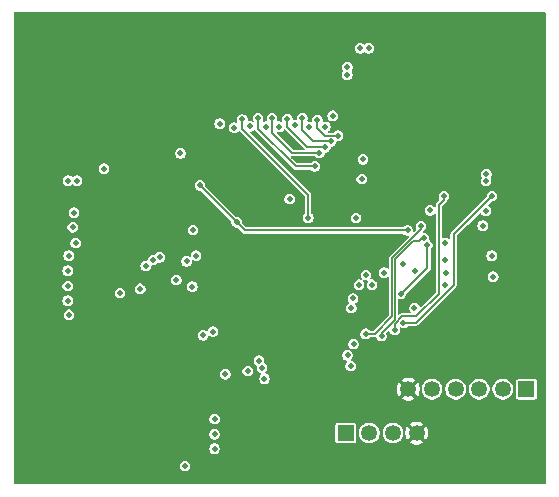
<source format=gbr>
%TF.GenerationSoftware,KiCad,Pcbnew,9.0.6*%
%TF.CreationDate,2026-01-01T11:49:18+08:00*%
%TF.ProjectId,soulcore,736f756c-636f-4726-952e-6b696361645f,rev?*%
%TF.SameCoordinates,Original*%
%TF.FileFunction,Copper,L2,Inr*%
%TF.FilePolarity,Positive*%
%FSLAX46Y46*%
G04 Gerber Fmt 4.6, Leading zero omitted, Abs format (unit mm)*
G04 Created by KiCad (PCBNEW 9.0.6) date 2026-01-01 11:49:18*
%MOMM*%
%LPD*%
G01*
G04 APERTURE LIST*
%TA.AperFunction,ComponentPad*%
%ADD10C,4.400000*%
%TD*%
%TA.AperFunction,ComponentPad*%
%ADD11R,1.350000X1.350000*%
%TD*%
%TA.AperFunction,ComponentPad*%
%ADD12C,1.350000*%
%TD*%
%TA.AperFunction,ViaPad*%
%ADD13C,0.500000*%
%TD*%
%TA.AperFunction,Conductor*%
%ADD14C,0.127500*%
%TD*%
%TA.AperFunction,Conductor*%
%ADD15C,0.138000*%
%TD*%
G04 APERTURE END LIST*
D10*
%TO.N,GND*%
%TO.C,H4*%
X143500000Y-104000000D03*
%TD*%
%TO.N,GND*%
%TO.C,H3*%
X143500000Y-136000000D03*
%TD*%
%TO.N,GND*%
%TO.C,H2*%
X106500000Y-104000000D03*
%TD*%
D11*
%TO.N,+3V3*%
%TO.C,J2*%
X145880000Y-131940000D03*
D12*
%TO.N,IO37{slash}U0TXD*%
X143880000Y-131940000D03*
%TO.N,IO38{slash}U0RXD*%
X141880000Y-131940000D03*
%TO.N,CHIP_PU*%
X139880000Y-131940000D03*
%TO.N,IO35{slash}BOOT*%
X137880000Y-131940000D03*
%TO.N,GND*%
X135880000Y-131940000D03*
%TD*%
D10*
%TO.N,GND*%
%TO.C,H1*%
X106500000Y-136000000D03*
%TD*%
D11*
%TO.N,+3V3*%
%TO.C,J5*%
X130580000Y-135650000D03*
D12*
%TO.N,JTAG_D-*%
X132580000Y-135650000D03*
%TO.N,JTAG_D+*%
X134580000Y-135650000D03*
%TO.N,GND*%
X136580000Y-135650000D03*
%TD*%
D13*
%TO.N,GND*%
X136410000Y-128980000D03*
X130030000Y-132160000D03*
X136300000Y-124100000D03*
X129400000Y-127800000D03*
X126700000Y-127900000D03*
X124000000Y-127900000D03*
%TO.N,+3V3*%
X131800000Y-103075000D03*
%TO.N,GND*%
X134400000Y-101800000D03*
X134600000Y-104200000D03*
X135600000Y-103000000D03*
X118000000Y-103000000D03*
X146600000Y-119400000D03*
X143400000Y-112000000D03*
X144600000Y-113000000D03*
%TO.N,+3V3*%
X142480000Y-113730000D03*
%TO.N,GND*%
X111000000Y-116200000D03*
X111200000Y-117400000D03*
X111200000Y-118800000D03*
X113800000Y-117400000D03*
X115000000Y-118000000D03*
X113500000Y-115500000D03*
X115250000Y-114250000D03*
X121000000Y-112000000D03*
X119250000Y-113750000D03*
X121250000Y-128000000D03*
X121250000Y-125250000D03*
X121250000Y-122500000D03*
X121250000Y-119750000D03*
X126750000Y-119750000D03*
X124250000Y-119750000D03*
X129500000Y-125250000D03*
X126750000Y-125250000D03*
X124000000Y-125250000D03*
X118000000Y-129000000D03*
X120250000Y-129000000D03*
X118500000Y-130000000D03*
X118500000Y-131250000D03*
X123750000Y-134000000D03*
X126500000Y-132000000D03*
X125500000Y-132000000D03*
X125500000Y-131000000D03*
X126500000Y-131000000D03*
X127500000Y-131000000D03*
X127500000Y-130000000D03*
X126500000Y-130000000D03*
X125500000Y-130000000D03*
X124250000Y-133000000D03*
X124250000Y-132000000D03*
X124500000Y-130000000D03*
X115750000Y-128500000D03*
X114750000Y-127250000D03*
X104500000Y-130750000D03*
X132750000Y-133250000D03*
X136000000Y-133750000D03*
X140750000Y-133000000D03*
X138750000Y-125750000D03*
X140500000Y-126750000D03*
X146500000Y-125750000D03*
X144500000Y-127000000D03*
X146500000Y-124500000D03*
X119250000Y-101000000D03*
X118500000Y-109000000D03*
X118000000Y-107000000D03*
X109250000Y-111000000D03*
X109000000Y-113000000D03*
X111500000Y-113500000D03*
X103500000Y-115500000D03*
X107500000Y-115500000D03*
X121500000Y-136000000D03*
X123500000Y-138000000D03*
X120500000Y-138000000D03*
X116500000Y-134500000D03*
X122500000Y-138000000D03*
X121500000Y-138000000D03*
X122500000Y-137000000D03*
X127000000Y-134500000D03*
X125500000Y-133000000D03*
X121500000Y-137000000D03*
X130500000Y-112000000D03*
X134000000Y-112500000D03*
X134000000Y-113500000D03*
X137330000Y-115815000D03*
X136710000Y-115815000D03*
X136060000Y-115815000D03*
X135470000Y-115815000D03*
X134800000Y-115815000D03*
%TO.N,IO35{slash}BOOT*%
X135220000Y-123890000D03*
%TO.N,VDDO_FLASH*%
X133850000Y-122080000D03*
X116970000Y-138440000D03*
%TO.N,GND*%
X138130000Y-128580000D03*
X144450000Y-128830000D03*
%TO.N,+3V3*%
X132525000Y-103075000D03*
%TO.N,GND*%
X135040000Y-119210000D03*
X133050000Y-117870000D03*
%TO.N,+3V3*%
X131460000Y-117450000D03*
%TO.N,GND*%
X126730000Y-122500000D03*
X124010000Y-122490000D03*
%TO.N,+3V3*%
X131050000Y-125075000D03*
%TO.N,JTAG_D+*%
X139010000Y-119570000D03*
%TO.N,GND*%
X132690000Y-124450000D03*
%TO.N,+3V3*%
X131000000Y-129975000D03*
%TO.N,GND*%
X133140000Y-130480000D03*
X134160000Y-129140000D03*
X125830000Y-110770000D03*
X127980000Y-114220000D03*
%TO.N,+1V2*%
X125830000Y-115850000D03*
%TO.N,+3V3*%
X116230000Y-122680000D03*
X117660000Y-118470000D03*
%TO.N,GND*%
X120570000Y-104980000D03*
X119285000Y-104940000D03*
%TO.N,+3V3*%
X130715000Y-105320000D03*
X130715000Y-104680000D03*
%TO.N,+1V2*%
X137700000Y-116795000D03*
%TO.N,IO28*%
X138900000Y-115600000D03*
%TO.N,+3V3*%
X142470000Y-114290000D03*
X136413200Y-121896800D03*
%TO.N,VDDO_FLASH*%
X120390000Y-130670000D03*
X122290000Y-130390000D03*
%TO.N,FLASH_HD*%
X123700000Y-131040000D03*
%TO.N,FLASH_CK*%
X123480000Y-130120000D03*
%TO.N,FLASH_D*%
X123245000Y-129515000D03*
%TO.N,IO35{slash}BOOT*%
X142180000Y-118090000D03*
%TO.N,CHIP_PU*%
X142430000Y-116825000D03*
%TO.N,IO29*%
X142970000Y-115580000D03*
%TO.N,IO26*%
X133610000Y-127450000D03*
%TO.N,IO27*%
X132270000Y-127250000D03*
%TO.N,IO29*%
X135470000Y-126300000D03*
%TO.N,IO28*%
X134720000Y-126920000D03*
%TO.N,FLASH_HD*%
X119470000Y-136970000D03*
%TO.N,FLASH_CK*%
X119470000Y-135750000D03*
%TO.N,FLASH_D*%
X119480000Y-134470000D03*
%TO.N,+3V3*%
X136400000Y-125080000D03*
%TO.N,JTAG_D-*%
X130730000Y-129080000D03*
%TO.N,JTAG_D+*%
X131240000Y-128120000D03*
%TO.N,IO38{slash}U0RXD*%
X132305000Y-122275000D03*
%TO.N,Net-(U1-GPIO36)*%
X135440000Y-121370000D03*
%TO.N,IO37{slash}U0TXD*%
X132810000Y-123100000D03*
%TO.N,Net-(U1-GPIO36)*%
X131710000Y-123100000D03*
%TO.N,JTAG_D-*%
X139020000Y-121040000D03*
%TO.N,USB_D-*%
X139010000Y-123140000D03*
%TO.N,USB_D+*%
X139030000Y-122090000D03*
%TO.N,IO38{slash}U0RXD*%
X142930000Y-120635000D03*
%TO.N,IO37{slash}U0TXD*%
X143065000Y-122405000D03*
%TO.N,IO35{slash}BOOT*%
X131200000Y-124260000D03*
%TO.N,GND*%
X132410000Y-115675000D03*
X131680000Y-115675000D03*
X130975000Y-115675000D03*
%TO.N,+3V3*%
X131940000Y-114150000D03*
X132030000Y-112480000D03*
%TO.N,IO35{slash}BOOT*%
X137480000Y-119740000D03*
%TO.N,IO26*%
X137210000Y-119150000D03*
%TO.N,IO27*%
X136960000Y-118140000D03*
%TO.N,CHIP_PU*%
X135810000Y-118500000D03*
X121350000Y-117800000D03*
%TO.N,IO39{slash}SDDAT0*%
X129910000Y-110480000D03*
%TO.N,IO40{slash}SDDAT1*%
X129330000Y-110950000D03*
%TO.N,IO41{slash}SDDAT2*%
X128840000Y-111460000D03*
%TO.N,IO42{slash}SDDAT3*%
X128340000Y-111940000D03*
%TO.N,IO43{slash}SDCLK*%
X127960000Y-113080000D03*
%TO.N,IO44{slash}SDCMD*%
X127415000Y-117425000D03*
%TO.N,IO45{slash}SDDET*%
X129470000Y-108790000D03*
%TO.N,IO46*%
X128850000Y-109710000D03*
%TO.N,IO47*%
X127500000Y-109720000D03*
%TO.N,IO48*%
X126280000Y-109610000D03*
%TO.N,IO49*%
X124970000Y-109710000D03*
%TO.N,IO50*%
X123800000Y-109720000D03*
%TO.N,IO51*%
X122480000Y-109690000D03*
%TO.N,IO52*%
X121150000Y-109800000D03*
%TO.N,IO53*%
X119900000Y-109460000D03*
%TO.N,GND*%
X116627500Y-126517500D03*
X112650000Y-122020000D03*
%TO.N,IO4{slash}TRST*%
X117910000Y-120630000D03*
%TO.N,IO5{slash}TDI*%
X117110000Y-121110000D03*
%TO.N,IO6{slash}SWDIO*%
X114832847Y-120768871D03*
%TO.N,IO7{slash}SWCLK*%
X114250000Y-121000000D03*
%TO.N,IO8{slash}BOOT*%
X113640000Y-121490000D03*
%TO.N,IO9{slash}nRST*%
X117590000Y-123250000D03*
%TO.N,IO10{slash}TDO*%
X113180000Y-123440000D03*
%TO.N,IO11{slash}nRST*%
X111470000Y-123790000D03*
%TO.N,+3V3*%
X119335000Y-127055000D03*
%TO.N,+1V2*%
X118502500Y-127372500D03*
%TO.N,IO17*%
X107161000Y-125639000D03*
%TO.N,IO16*%
X107030000Y-124445000D03*
%TO.N,IO15{slash}UART_RX*%
X107050000Y-123200000D03*
%TO.N,IO14{slash}UART_TX*%
X107040000Y-121900000D03*
%TO.N,IO13*%
X107120000Y-120640000D03*
%TO.N,IO12*%
X107705000Y-119555000D03*
%TO.N,IO3*%
X107470000Y-118225000D03*
%TO.N,IO2*%
X107575000Y-117000000D03*
%TO.N,+3V3*%
X116590000Y-111970000D03*
%TO.N,GND*%
X120555000Y-108500000D03*
%TO.N,IO42{slash}SDDAT3*%
X124350000Y-109010000D03*
%TO.N,IO41{slash}SDDAT2*%
X125635000Y-109080000D03*
%TO.N,IO40{slash}SDDAT1*%
X126900000Y-109000000D03*
%TO.N,IO39{slash}SDDAT0*%
X128180000Y-109140000D03*
%TO.N,IO43{slash}SDCLK*%
X123166397Y-108970000D03*
%TO.N,IO44{slash}SDCMD*%
X121825000Y-109105000D03*
%TO.N,+3V3*%
X107840000Y-114285000D03*
X107090000Y-114285000D03*
X110110000Y-113260000D03*
%TO.N,CHIP_PU*%
X118230000Y-114680000D03*
%TD*%
D14*
%TO.N,IO26*%
X137210000Y-119150000D02*
X137050000Y-119150000D01*
X137050000Y-119150000D02*
X136825000Y-119375000D01*
X136825000Y-119375000D02*
X136284006Y-119375000D01*
X134730000Y-120929006D02*
X134730000Y-126058889D01*
X136284006Y-119375000D02*
X134730000Y-120929006D01*
X134730000Y-126058889D02*
X133610000Y-127178889D01*
X133610000Y-127178889D02*
X133610000Y-127450000D01*
D15*
%TO.N,IO35{slash}BOOT*%
X135280000Y-123890000D02*
X137500000Y-121670000D01*
X135220000Y-123890000D02*
X135280000Y-123890000D01*
X137500000Y-119760000D02*
X137480000Y-119740000D01*
X137500000Y-121670000D02*
X137500000Y-119760000D01*
X135220000Y-123890000D02*
X135140000Y-123890000D01*
D14*
%TO.N,IO27*%
X136960000Y-118140000D02*
X136960000Y-118390000D01*
X134511500Y-125778500D02*
X133040000Y-127250000D01*
X136960000Y-118390000D02*
X134511500Y-120838500D01*
X134511500Y-120838500D02*
X134511500Y-125778500D01*
X133040000Y-127250000D02*
X132270000Y-127250000D01*
%TO.N,IO43{slash}SDCLK*%
X127960000Y-113080000D02*
X126330000Y-113080000D01*
X126330000Y-113080000D02*
X123166397Y-109916397D01*
X123166397Y-109916397D02*
X123166397Y-108970000D01*
%TO.N,IO42{slash}SDDAT3*%
X128340000Y-111940000D02*
X126050000Y-111940000D01*
X126050000Y-111940000D02*
X124350000Y-110240000D01*
X124350000Y-110240000D02*
X124350000Y-109010000D01*
%TO.N,IO41{slash}SDDAT2*%
X128840000Y-111460000D02*
X128810000Y-111430000D01*
X125635000Y-109725000D02*
X125635000Y-109080000D01*
X128810000Y-111430000D02*
X127340000Y-111430000D01*
X127340000Y-111430000D02*
X125635000Y-109725000D01*
%TO.N,IO40{slash}SDDAT1*%
X129330000Y-110950000D02*
X129320000Y-110940000D01*
X129320000Y-110940000D02*
X127830000Y-110940000D01*
X127830000Y-110940000D02*
X126900000Y-110010000D01*
X126900000Y-110010000D02*
X126900000Y-109000000D01*
%TO.N,IO39{slash}SDDAT0*%
X129910000Y-110480000D02*
X128800000Y-110480000D01*
X128180000Y-109860000D02*
X128180000Y-109140000D01*
X128800000Y-110480000D02*
X128180000Y-109860000D01*
D15*
%TO.N,IO29*%
X135470000Y-126300000D02*
X136514681Y-126300000D01*
X136514681Y-126300000D02*
X139710000Y-123104681D01*
X139710000Y-123104681D02*
X139710000Y-118903603D01*
D14*
X142970000Y-115580000D02*
X139710000Y-118840000D01*
X139710000Y-118840000D02*
X139710000Y-118903603D01*
D15*
%TO.N,IO28*%
X138900000Y-115600000D02*
X138900000Y-115900000D01*
X138450000Y-116350000D02*
X138450000Y-123850000D01*
X134720000Y-126385319D02*
X134720000Y-126920000D01*
X136520000Y-125780000D02*
X135325319Y-125780000D01*
X138900000Y-115900000D02*
X138450000Y-116350000D01*
X138450000Y-123850000D02*
X136520000Y-125780000D01*
X135325319Y-125780000D02*
X134720000Y-126385319D01*
X134720000Y-126920000D02*
X134880000Y-126920000D01*
D14*
%TO.N,CHIP_PU*%
X121350000Y-117800000D02*
X122050000Y-118500000D01*
X118230000Y-114680000D02*
X121350000Y-117800000D01*
%TO.N,IO44{slash}SDCMD*%
X121825000Y-109105000D02*
X121825000Y-109925000D01*
X127415000Y-115515000D02*
X127415000Y-117425000D01*
X121825000Y-109925000D02*
X127415000Y-115515000D01*
D15*
%TO.N,IO39{slash}SDDAT0*%
X128150000Y-109170000D02*
X128180000Y-109140000D01*
%TO.N,IO43{slash}SDCLK*%
X123166397Y-108970000D02*
X123166397Y-109130000D01*
%TO.N,IO40{slash}SDDAT1*%
X126900000Y-109140000D02*
X126900000Y-109000000D01*
%TO.N,IO41{slash}SDDAT2*%
X125650000Y-109150000D02*
X125650000Y-109050000D01*
D14*
%TO.N,CHIP_PU*%
X122050000Y-118500000D02*
X135810000Y-118500000D01*
%TD*%
%TA.AperFunction,Conductor*%
%TO.N,GND*%
G36*
X125453784Y-109921056D02*
G01*
X125469111Y-109932817D01*
X127085718Y-111549424D01*
X127107392Y-111601750D01*
X127085718Y-111654076D01*
X127033392Y-111675750D01*
X126190108Y-111675750D01*
X126137782Y-111654076D01*
X124741948Y-110258242D01*
X124720274Y-110205916D01*
X124741948Y-110153590D01*
X124794274Y-110131916D01*
X124813426Y-110134437D01*
X124910688Y-110160499D01*
X124910689Y-110160500D01*
X124910691Y-110160500D01*
X125029311Y-110160500D01*
X125029311Y-110160499D01*
X125143886Y-110129799D01*
X125246613Y-110070489D01*
X125330489Y-109986613D01*
X125352700Y-109948142D01*
X125397631Y-109913665D01*
X125453784Y-109921056D01*
G37*
%TD.AperFunction*%
%TA.AperFunction,Conductor*%
G36*
X147477826Y-100022174D02*
G01*
X147499500Y-100074500D01*
X147499500Y-139925500D01*
X147477826Y-139977826D01*
X147425500Y-139999500D01*
X102574500Y-139999500D01*
X102522174Y-139977826D01*
X102500500Y-139925500D01*
X102500500Y-138380688D01*
X116519500Y-138380688D01*
X116519500Y-138499311D01*
X116550199Y-138613882D01*
X116550201Y-138613887D01*
X116609508Y-138716609D01*
X116609509Y-138716610D01*
X116609511Y-138716613D01*
X116693387Y-138800489D01*
X116796114Y-138859799D01*
X116796115Y-138859799D01*
X116796117Y-138859800D01*
X116853402Y-138875149D01*
X116910688Y-138890499D01*
X116910689Y-138890500D01*
X116910691Y-138890500D01*
X117029311Y-138890500D01*
X117029311Y-138890499D01*
X117143886Y-138859799D01*
X117246613Y-138800489D01*
X117330489Y-138716613D01*
X117389799Y-138613886D01*
X117420499Y-138499311D01*
X117420500Y-138499311D01*
X117420500Y-138380689D01*
X117420499Y-138380688D01*
X117389800Y-138266117D01*
X117389798Y-138266112D01*
X117330491Y-138163390D01*
X117330490Y-138163389D01*
X117330489Y-138163387D01*
X117246613Y-138079511D01*
X117246610Y-138079509D01*
X117246609Y-138079508D01*
X117143887Y-138020201D01*
X117143882Y-138020199D01*
X117029311Y-137989500D01*
X117029309Y-137989500D01*
X116910691Y-137989500D01*
X116910689Y-137989500D01*
X116796117Y-138020199D01*
X116796112Y-138020201D01*
X116693390Y-138079508D01*
X116609508Y-138163390D01*
X116550201Y-138266112D01*
X116550199Y-138266117D01*
X116519500Y-138380688D01*
X102500500Y-138380688D01*
X102500500Y-136910688D01*
X119019500Y-136910688D01*
X119019500Y-137029311D01*
X119050199Y-137143882D01*
X119050201Y-137143887D01*
X119109508Y-137246609D01*
X119109509Y-137246610D01*
X119109511Y-137246613D01*
X119193387Y-137330489D01*
X119296114Y-137389799D01*
X119296115Y-137389799D01*
X119296117Y-137389800D01*
X119353402Y-137405149D01*
X119410688Y-137420499D01*
X119410689Y-137420500D01*
X119410691Y-137420500D01*
X119529311Y-137420500D01*
X119529311Y-137420499D01*
X119643886Y-137389799D01*
X119746613Y-137330489D01*
X119830489Y-137246613D01*
X119889799Y-137143886D01*
X119920499Y-137029311D01*
X119920500Y-137029311D01*
X119920500Y-136910689D01*
X119920499Y-136910688D01*
X119889800Y-136796117D01*
X119889798Y-136796112D01*
X119830491Y-136693390D01*
X119830490Y-136693389D01*
X119830489Y-136693387D01*
X119746613Y-136609511D01*
X119746610Y-136609509D01*
X119746609Y-136609508D01*
X119643887Y-136550201D01*
X119643882Y-136550199D01*
X119529311Y-136519500D01*
X119529309Y-136519500D01*
X119410691Y-136519500D01*
X119410689Y-136519500D01*
X119296117Y-136550199D01*
X119296112Y-136550201D01*
X119193390Y-136609508D01*
X119109508Y-136693390D01*
X119050201Y-136796112D01*
X119050199Y-136796117D01*
X119019500Y-136910688D01*
X102500500Y-136910688D01*
X102500500Y-135690688D01*
X119019500Y-135690688D01*
X119019500Y-135809311D01*
X119050199Y-135923882D01*
X119050201Y-135923887D01*
X119109508Y-136026609D01*
X119109509Y-136026610D01*
X119109511Y-136026613D01*
X119193387Y-136110489D01*
X119296114Y-136169799D01*
X119296115Y-136169799D01*
X119296117Y-136169800D01*
X119353402Y-136185149D01*
X119410688Y-136200499D01*
X119410689Y-136200500D01*
X119410691Y-136200500D01*
X119529311Y-136200500D01*
X119529311Y-136200499D01*
X119643886Y-136169799D01*
X119746613Y-136110489D01*
X119830489Y-136026613D01*
X119889799Y-135923886D01*
X119920499Y-135809311D01*
X119920500Y-135809311D01*
X119920500Y-135690689D01*
X119920499Y-135690688D01*
X119909596Y-135649999D01*
X119889799Y-135576114D01*
X119877015Y-135553971D01*
X119830491Y-135473390D01*
X119830490Y-135473389D01*
X119830489Y-135473387D01*
X119746613Y-135389511D01*
X119746610Y-135389509D01*
X119746609Y-135389508D01*
X119643887Y-135330201D01*
X119643882Y-135330199D01*
X119529311Y-135299500D01*
X119529309Y-135299500D01*
X119410691Y-135299500D01*
X119410689Y-135299500D01*
X119296117Y-135330199D01*
X119296112Y-135330201D01*
X119193390Y-135389508D01*
X119109508Y-135473390D01*
X119050201Y-135576112D01*
X119050199Y-135576117D01*
X119019500Y-135690688D01*
X102500500Y-135690688D01*
X102500500Y-134955252D01*
X129704500Y-134955252D01*
X129704500Y-136344748D01*
X129712255Y-136383736D01*
X129716133Y-136403232D01*
X129739300Y-136437903D01*
X129760448Y-136469552D01*
X129793826Y-136491855D01*
X129826767Y-136513866D01*
X129826768Y-136513866D01*
X129826769Y-136513867D01*
X129885252Y-136525500D01*
X129885254Y-136525500D01*
X131274746Y-136525500D01*
X131274748Y-136525500D01*
X131333231Y-136513867D01*
X131399552Y-136469552D01*
X131443867Y-136403231D01*
X131455500Y-136344748D01*
X131455500Y-135563771D01*
X131704500Y-135563771D01*
X131704500Y-135736228D01*
X131738143Y-135905367D01*
X131738146Y-135905378D01*
X131804140Y-136064702D01*
X131894877Y-136200500D01*
X131899955Y-136208099D01*
X132021901Y-136330045D01*
X132165295Y-136425858D01*
X132165296Y-136425858D01*
X132165297Y-136425859D01*
X132324621Y-136491853D01*
X132324626Y-136491855D01*
X132493771Y-136525500D01*
X132493772Y-136525500D01*
X132666228Y-136525500D01*
X132666229Y-136525500D01*
X132835374Y-136491855D01*
X132994705Y-136425858D01*
X133138099Y-136330045D01*
X133260045Y-136208099D01*
X133355858Y-136064705D01*
X133421855Y-135905374D01*
X133455500Y-135736229D01*
X133455500Y-135563771D01*
X133704500Y-135563771D01*
X133704500Y-135736228D01*
X133738143Y-135905367D01*
X133738146Y-135905378D01*
X133804140Y-136064702D01*
X133894877Y-136200500D01*
X133899955Y-136208099D01*
X134021901Y-136330045D01*
X134165295Y-136425858D01*
X134165296Y-136425858D01*
X134165297Y-136425859D01*
X134324621Y-136491853D01*
X134324626Y-136491855D01*
X134493771Y-136525500D01*
X134493772Y-136525500D01*
X134666228Y-136525500D01*
X134666229Y-136525500D01*
X134835374Y-136491855D01*
X134994705Y-136425858D01*
X135138099Y-136330045D01*
X135260045Y-136208099D01*
X135355858Y-136064705D01*
X135421855Y-135905374D01*
X135455500Y-135736229D01*
X135455500Y-135563771D01*
X135453551Y-135553971D01*
X135605000Y-135553971D01*
X135605000Y-135746028D01*
X135642466Y-135934390D01*
X135642468Y-135934397D01*
X135715966Y-136111836D01*
X135792094Y-136225770D01*
X136209532Y-135808332D01*
X136259920Y-135895606D01*
X136334394Y-135970080D01*
X136421665Y-136020465D01*
X136004227Y-136437903D01*
X136118167Y-136514035D01*
X136295602Y-136587531D01*
X136295609Y-136587533D01*
X136483972Y-136625000D01*
X136676028Y-136625000D01*
X136864390Y-136587533D01*
X136864397Y-136587531D01*
X137041835Y-136514034D01*
X137155771Y-136437904D01*
X137155771Y-136437903D01*
X136738334Y-136020466D01*
X136825606Y-135970080D01*
X136900080Y-135895606D01*
X136950466Y-135808334D01*
X137367903Y-136225771D01*
X137367904Y-136225771D01*
X137444034Y-136111835D01*
X137517531Y-135934397D01*
X137517533Y-135934390D01*
X137555000Y-135746028D01*
X137555000Y-135553971D01*
X137517533Y-135365609D01*
X137517531Y-135365602D01*
X137444035Y-135188167D01*
X137367903Y-135074227D01*
X136950465Y-135491665D01*
X136900080Y-135404394D01*
X136825606Y-135329920D01*
X136738332Y-135279533D01*
X137155771Y-134862094D01*
X137041836Y-134785966D01*
X136864397Y-134712468D01*
X136864390Y-134712466D01*
X136676028Y-134675000D01*
X136483972Y-134675000D01*
X136295609Y-134712466D01*
X136295602Y-134712468D01*
X136118163Y-134785966D01*
X136004227Y-134862094D01*
X136421666Y-135279533D01*
X136334394Y-135329920D01*
X136259920Y-135404394D01*
X136209533Y-135491666D01*
X135792094Y-135074227D01*
X135715966Y-135188163D01*
X135642468Y-135365602D01*
X135642466Y-135365609D01*
X135605000Y-135553971D01*
X135453551Y-135553971D01*
X135421855Y-135394626D01*
X135395169Y-135330201D01*
X135355859Y-135235297D01*
X135260047Y-135091904D01*
X135260045Y-135091901D01*
X135138099Y-134969955D01*
X135138095Y-134969952D01*
X135138093Y-134969950D01*
X135110031Y-134951200D01*
X134994702Y-134874140D01*
X134835378Y-134808146D01*
X134835367Y-134808143D01*
X134707942Y-134782797D01*
X134666229Y-134774500D01*
X134493771Y-134774500D01*
X134460309Y-134781155D01*
X134324632Y-134808143D01*
X134324621Y-134808146D01*
X134165297Y-134874140D01*
X134021904Y-134969952D01*
X133899952Y-135091904D01*
X133804140Y-135235297D01*
X133738146Y-135394621D01*
X133738143Y-135394632D01*
X133704500Y-135563771D01*
X133455500Y-135563771D01*
X133421855Y-135394626D01*
X133395169Y-135330201D01*
X133355859Y-135235297D01*
X133260047Y-135091904D01*
X133260045Y-135091901D01*
X133138099Y-134969955D01*
X133116094Y-134955252D01*
X132994702Y-134874140D01*
X132835378Y-134808146D01*
X132835367Y-134808143D01*
X132707942Y-134782797D01*
X132666229Y-134774500D01*
X132493771Y-134774500D01*
X132460309Y-134781155D01*
X132324632Y-134808143D01*
X132324621Y-134808146D01*
X132165297Y-134874140D01*
X132021904Y-134969952D01*
X131899952Y-135091904D01*
X131804140Y-135235297D01*
X131738146Y-135394621D01*
X131738143Y-135394632D01*
X131704500Y-135563771D01*
X131455500Y-135563771D01*
X131455500Y-134955252D01*
X131443867Y-134896769D01*
X131439210Y-134889800D01*
X131428747Y-134874140D01*
X131399552Y-134830448D01*
X131366171Y-134808143D01*
X131333232Y-134786133D01*
X131333233Y-134786133D01*
X131303989Y-134780316D01*
X131274748Y-134774500D01*
X129885252Y-134774500D01*
X129856010Y-134780316D01*
X129826767Y-134786133D01*
X129760449Y-134830447D01*
X129760447Y-134830449D01*
X129716133Y-134896767D01*
X129708377Y-134935757D01*
X129704500Y-134955252D01*
X102500500Y-134955252D01*
X102500500Y-134410688D01*
X119029500Y-134410688D01*
X119029500Y-134529311D01*
X119060199Y-134643882D01*
X119060201Y-134643887D01*
X119119508Y-134746609D01*
X119119509Y-134746610D01*
X119119511Y-134746613D01*
X119203387Y-134830489D01*
X119203389Y-134830490D01*
X119203390Y-134830491D01*
X119302187Y-134887532D01*
X119306114Y-134889799D01*
X119306115Y-134889799D01*
X119306117Y-134889800D01*
X119332126Y-134896769D01*
X119420688Y-134920499D01*
X119420689Y-134920500D01*
X119420691Y-134920500D01*
X119539311Y-134920500D01*
X119539311Y-134920499D01*
X119653886Y-134889799D01*
X119756613Y-134830489D01*
X119840489Y-134746613D01*
X119899799Y-134643886D01*
X119930499Y-134529311D01*
X119930500Y-134529311D01*
X119930500Y-134410689D01*
X119930499Y-134410688D01*
X119899800Y-134296117D01*
X119899798Y-134296112D01*
X119840491Y-134193390D01*
X119840490Y-134193389D01*
X119840489Y-134193387D01*
X119756613Y-134109511D01*
X119756610Y-134109509D01*
X119756609Y-134109508D01*
X119653887Y-134050201D01*
X119653882Y-134050199D01*
X119539311Y-134019500D01*
X119539309Y-134019500D01*
X119420691Y-134019500D01*
X119420689Y-134019500D01*
X119306117Y-134050199D01*
X119306112Y-134050201D01*
X119203390Y-134109508D01*
X119119508Y-134193390D01*
X119060201Y-134296112D01*
X119060199Y-134296117D01*
X119029500Y-134410688D01*
X102500500Y-134410688D01*
X102500500Y-131843971D01*
X134905000Y-131843971D01*
X134905000Y-132036028D01*
X134942466Y-132224390D01*
X134942468Y-132224397D01*
X135015966Y-132401836D01*
X135092094Y-132515770D01*
X135509532Y-132098332D01*
X135559920Y-132185606D01*
X135634394Y-132260080D01*
X135721665Y-132310465D01*
X135304227Y-132727903D01*
X135418167Y-132804035D01*
X135595602Y-132877531D01*
X135595609Y-132877533D01*
X135783972Y-132915000D01*
X135976028Y-132915000D01*
X136164390Y-132877533D01*
X136164397Y-132877531D01*
X136341835Y-132804034D01*
X136455771Y-132727904D01*
X136455771Y-132727903D01*
X136038334Y-132310466D01*
X136125606Y-132260080D01*
X136200080Y-132185606D01*
X136250466Y-132098334D01*
X136667903Y-132515771D01*
X136667904Y-132515771D01*
X136744034Y-132401835D01*
X136817531Y-132224397D01*
X136817533Y-132224390D01*
X136855000Y-132036028D01*
X136855000Y-131853771D01*
X137004500Y-131853771D01*
X137004500Y-132026228D01*
X137038143Y-132195367D01*
X137038146Y-132195378D01*
X137104140Y-132354702D01*
X137104141Y-132354704D01*
X137104142Y-132354705D01*
X137199955Y-132498099D01*
X137321901Y-132620045D01*
X137465295Y-132715858D01*
X137465296Y-132715858D01*
X137465297Y-132715859D01*
X137624621Y-132781853D01*
X137624626Y-132781855D01*
X137793771Y-132815500D01*
X137793772Y-132815500D01*
X137966228Y-132815500D01*
X137966229Y-132815500D01*
X138135374Y-132781855D01*
X138294705Y-132715858D01*
X138438099Y-132620045D01*
X138560045Y-132498099D01*
X138655858Y-132354705D01*
X138721855Y-132195374D01*
X138755500Y-132026229D01*
X138755500Y-131853771D01*
X139004500Y-131853771D01*
X139004500Y-132026228D01*
X139038143Y-132195367D01*
X139038146Y-132195378D01*
X139104140Y-132354702D01*
X139104141Y-132354704D01*
X139104142Y-132354705D01*
X139199955Y-132498099D01*
X139321901Y-132620045D01*
X139465295Y-132715858D01*
X139465296Y-132715858D01*
X139465297Y-132715859D01*
X139624621Y-132781853D01*
X139624626Y-132781855D01*
X139793771Y-132815500D01*
X139793772Y-132815500D01*
X139966228Y-132815500D01*
X139966229Y-132815500D01*
X140135374Y-132781855D01*
X140294705Y-132715858D01*
X140438099Y-132620045D01*
X140560045Y-132498099D01*
X140655858Y-132354705D01*
X140721855Y-132195374D01*
X140755500Y-132026229D01*
X140755500Y-131853771D01*
X141004500Y-131853771D01*
X141004500Y-132026228D01*
X141038143Y-132195367D01*
X141038146Y-132195378D01*
X141104140Y-132354702D01*
X141104141Y-132354704D01*
X141104142Y-132354705D01*
X141199955Y-132498099D01*
X141321901Y-132620045D01*
X141465295Y-132715858D01*
X141465296Y-132715858D01*
X141465297Y-132715859D01*
X141624621Y-132781853D01*
X141624626Y-132781855D01*
X141793771Y-132815500D01*
X141793772Y-132815500D01*
X141966228Y-132815500D01*
X141966229Y-132815500D01*
X142135374Y-132781855D01*
X142294705Y-132715858D01*
X142438099Y-132620045D01*
X142560045Y-132498099D01*
X142655858Y-132354705D01*
X142721855Y-132195374D01*
X142755500Y-132026229D01*
X142755500Y-131853771D01*
X143004500Y-131853771D01*
X143004500Y-132026228D01*
X143038143Y-132195367D01*
X143038146Y-132195378D01*
X143104140Y-132354702D01*
X143104141Y-132354704D01*
X143104142Y-132354705D01*
X143199955Y-132498099D01*
X143321901Y-132620045D01*
X143465295Y-132715858D01*
X143465296Y-132715858D01*
X143465297Y-132715859D01*
X143624621Y-132781853D01*
X143624626Y-132781855D01*
X143793771Y-132815500D01*
X143793772Y-132815500D01*
X143966228Y-132815500D01*
X143966229Y-132815500D01*
X144135374Y-132781855D01*
X144294705Y-132715858D01*
X144438099Y-132620045D01*
X144560045Y-132498099D01*
X144655858Y-132354705D01*
X144721855Y-132195374D01*
X144755500Y-132026229D01*
X144755500Y-131853771D01*
X144721855Y-131684626D01*
X144655858Y-131525295D01*
X144560045Y-131381901D01*
X144438099Y-131259955D01*
X144416095Y-131245253D01*
X145004500Y-131245253D01*
X145004500Y-132634746D01*
X145016133Y-132693232D01*
X145039300Y-132727903D01*
X145060448Y-132759552D01*
X145093826Y-132781855D01*
X145126767Y-132803866D01*
X145126768Y-132803866D01*
X145126769Y-132803867D01*
X145185252Y-132815500D01*
X145185254Y-132815500D01*
X146574746Y-132815500D01*
X146574748Y-132815500D01*
X146633231Y-132803867D01*
X146699552Y-132759552D01*
X146743867Y-132693231D01*
X146755500Y-132634748D01*
X146755500Y-131245252D01*
X146743867Y-131186769D01*
X146699552Y-131120448D01*
X146653685Y-131089800D01*
X146633232Y-131076133D01*
X146633233Y-131076133D01*
X146603989Y-131070316D01*
X146574748Y-131064500D01*
X145185252Y-131064500D01*
X145156010Y-131070316D01*
X145126767Y-131076133D01*
X145060449Y-131120447D01*
X145060447Y-131120449D01*
X145016133Y-131186767D01*
X145004500Y-131245253D01*
X144416095Y-131245253D01*
X144416094Y-131245252D01*
X144294702Y-131164140D01*
X144135378Y-131098146D01*
X144135367Y-131098143D01*
X144007942Y-131072797D01*
X143966229Y-131064500D01*
X143793771Y-131064500D01*
X143760309Y-131071155D01*
X143624632Y-131098143D01*
X143624621Y-131098146D01*
X143465297Y-131164140D01*
X143321904Y-131259952D01*
X143199952Y-131381904D01*
X143104140Y-131525297D01*
X143038146Y-131684621D01*
X143038143Y-131684632D01*
X143004500Y-131853771D01*
X142755500Y-131853771D01*
X142721855Y-131684626D01*
X142655858Y-131525295D01*
X142560045Y-131381901D01*
X142438099Y-131259955D01*
X142416094Y-131245252D01*
X142294702Y-131164140D01*
X142135378Y-131098146D01*
X142135367Y-131098143D01*
X142007942Y-131072797D01*
X141966229Y-131064500D01*
X141793771Y-131064500D01*
X141760309Y-131071155D01*
X141624632Y-131098143D01*
X141624621Y-131098146D01*
X141465297Y-131164140D01*
X141321904Y-131259952D01*
X141199952Y-131381904D01*
X141104140Y-131525297D01*
X141038146Y-131684621D01*
X141038143Y-131684632D01*
X141004500Y-131853771D01*
X140755500Y-131853771D01*
X140721855Y-131684626D01*
X140655858Y-131525295D01*
X140560045Y-131381901D01*
X140438099Y-131259955D01*
X140416094Y-131245252D01*
X140294702Y-131164140D01*
X140135378Y-131098146D01*
X140135367Y-131098143D01*
X140007942Y-131072797D01*
X139966229Y-131064500D01*
X139793771Y-131064500D01*
X139760309Y-131071155D01*
X139624632Y-131098143D01*
X139624621Y-131098146D01*
X139465297Y-131164140D01*
X139321904Y-131259952D01*
X139199952Y-131381904D01*
X139104140Y-131525297D01*
X139038146Y-131684621D01*
X139038143Y-131684632D01*
X139004500Y-131853771D01*
X138755500Y-131853771D01*
X138721855Y-131684626D01*
X138655858Y-131525295D01*
X138560045Y-131381901D01*
X138438099Y-131259955D01*
X138416094Y-131245252D01*
X138294702Y-131164140D01*
X138135378Y-131098146D01*
X138135367Y-131098143D01*
X138007942Y-131072797D01*
X137966229Y-131064500D01*
X137793771Y-131064500D01*
X137760309Y-131071155D01*
X137624632Y-131098143D01*
X137624621Y-131098146D01*
X137465297Y-131164140D01*
X137321904Y-131259952D01*
X137199952Y-131381904D01*
X137104140Y-131525297D01*
X137038146Y-131684621D01*
X137038143Y-131684632D01*
X137004500Y-131853771D01*
X136855000Y-131853771D01*
X136855000Y-131843971D01*
X136817533Y-131655609D01*
X136817531Y-131655602D01*
X136744035Y-131478167D01*
X136667903Y-131364227D01*
X136250465Y-131781665D01*
X136200080Y-131694394D01*
X136125606Y-131619920D01*
X136038332Y-131569533D01*
X136455771Y-131152094D01*
X136341836Y-131075966D01*
X136164397Y-131002468D01*
X136164390Y-131002466D01*
X135976028Y-130965000D01*
X135783972Y-130965000D01*
X135595609Y-131002466D01*
X135595602Y-131002468D01*
X135418163Y-131075966D01*
X135304227Y-131152094D01*
X135721666Y-131569533D01*
X135634394Y-131619920D01*
X135559920Y-131694394D01*
X135509533Y-131781666D01*
X135092094Y-131364227D01*
X135015966Y-131478163D01*
X134942468Y-131655602D01*
X134942466Y-131655609D01*
X134905000Y-131843971D01*
X102500500Y-131843971D01*
X102500500Y-130610688D01*
X119939500Y-130610688D01*
X119939500Y-130729311D01*
X119970199Y-130843882D01*
X119970201Y-130843887D01*
X120029508Y-130946609D01*
X120029509Y-130946610D01*
X120029511Y-130946613D01*
X120113387Y-131030489D01*
X120113389Y-131030490D01*
X120113390Y-131030491D01*
X120192444Y-131076133D01*
X120216114Y-131089799D01*
X120216115Y-131089799D01*
X120216117Y-131089800D01*
X120251613Y-131099311D01*
X120330688Y-131120499D01*
X120330689Y-131120500D01*
X120330691Y-131120500D01*
X120449311Y-131120500D01*
X120449311Y-131120499D01*
X120563886Y-131089799D01*
X120666613Y-131030489D01*
X120750489Y-130946613D01*
X120809799Y-130843886D01*
X120840499Y-130729311D01*
X120840500Y-130729311D01*
X120840500Y-130610689D01*
X120840499Y-130610688D01*
X120809800Y-130496117D01*
X120809798Y-130496112D01*
X120750491Y-130393390D01*
X120750490Y-130393389D01*
X120750489Y-130393387D01*
X120687790Y-130330688D01*
X121839500Y-130330688D01*
X121839500Y-130449311D01*
X121870199Y-130563882D01*
X121870201Y-130563887D01*
X121929508Y-130666609D01*
X121929509Y-130666610D01*
X121929511Y-130666613D01*
X122013387Y-130750489D01*
X122013389Y-130750490D01*
X122013390Y-130750491D01*
X122035732Y-130763390D01*
X122116114Y-130809799D01*
X122116115Y-130809799D01*
X122116117Y-130809800D01*
X122173402Y-130825149D01*
X122230688Y-130840499D01*
X122230689Y-130840500D01*
X122230691Y-130840500D01*
X122349311Y-130840500D01*
X122349311Y-130840499D01*
X122463886Y-130809799D01*
X122566613Y-130750489D01*
X122650489Y-130666613D01*
X122709799Y-130563886D01*
X122740499Y-130449311D01*
X122740500Y-130449311D01*
X122740500Y-130330689D01*
X122740499Y-130330688D01*
X122709800Y-130216117D01*
X122709798Y-130216112D01*
X122650491Y-130113390D01*
X122650490Y-130113389D01*
X122650489Y-130113387D01*
X122566613Y-130029511D01*
X122566610Y-130029509D01*
X122566609Y-130029508D01*
X122463887Y-129970201D01*
X122463882Y-129970199D01*
X122349311Y-129939500D01*
X122349309Y-129939500D01*
X122230691Y-129939500D01*
X122230689Y-129939500D01*
X122116117Y-129970199D01*
X122116112Y-129970201D01*
X122013390Y-130029508D01*
X121929508Y-130113390D01*
X121870201Y-130216112D01*
X121870199Y-130216117D01*
X121839500Y-130330688D01*
X120687790Y-130330688D01*
X120666613Y-130309511D01*
X120666610Y-130309509D01*
X120666609Y-130309508D01*
X120563887Y-130250201D01*
X120563882Y-130250199D01*
X120449311Y-130219500D01*
X120449309Y-130219500D01*
X120330691Y-130219500D01*
X120330689Y-130219500D01*
X120216117Y-130250199D01*
X120216112Y-130250201D01*
X120113390Y-130309508D01*
X120029508Y-130393390D01*
X119970201Y-130496112D01*
X119970199Y-130496117D01*
X119939500Y-130610688D01*
X102500500Y-130610688D01*
X102500500Y-129455688D01*
X122794500Y-129455688D01*
X122794500Y-129574311D01*
X122825199Y-129688882D01*
X122825201Y-129688887D01*
X122884508Y-129791609D01*
X122884509Y-129791610D01*
X122884511Y-129791613D01*
X122968387Y-129875489D01*
X122968389Y-129875490D01*
X122968390Y-129875491D01*
X123015113Y-129902467D01*
X123049592Y-129947401D01*
X123049592Y-129985705D01*
X123029500Y-130060691D01*
X123029500Y-130179311D01*
X123060199Y-130293882D01*
X123060201Y-130293887D01*
X123119508Y-130396609D01*
X123119509Y-130396610D01*
X123119511Y-130396613D01*
X123203387Y-130480489D01*
X123203389Y-130480490D01*
X123203390Y-130480491D01*
X123230450Y-130496114D01*
X123306114Y-130539799D01*
X123384989Y-130560933D01*
X123429921Y-130595411D01*
X123437314Y-130651563D01*
X123418161Y-130684737D01*
X123339508Y-130763390D01*
X123280201Y-130866112D01*
X123280199Y-130866117D01*
X123249500Y-130980688D01*
X123249500Y-131099311D01*
X123280199Y-131213882D01*
X123280201Y-131213887D01*
X123339508Y-131316609D01*
X123339509Y-131316610D01*
X123339511Y-131316613D01*
X123423387Y-131400489D01*
X123526114Y-131459799D01*
X123526115Y-131459799D01*
X123526117Y-131459800D01*
X123583402Y-131475149D01*
X123640688Y-131490499D01*
X123640689Y-131490500D01*
X123640691Y-131490500D01*
X123759311Y-131490500D01*
X123759311Y-131490499D01*
X123873886Y-131459799D01*
X123976613Y-131400489D01*
X124060489Y-131316613D01*
X124119799Y-131213886D01*
X124150499Y-131099311D01*
X124150500Y-131099311D01*
X124150500Y-130980689D01*
X124150499Y-130980688D01*
X124146295Y-130965000D01*
X124119799Y-130866114D01*
X124060489Y-130763387D01*
X123976613Y-130679511D01*
X123976610Y-130679509D01*
X123976609Y-130679508D01*
X123873887Y-130620201D01*
X123873882Y-130620199D01*
X123795011Y-130599066D01*
X123750078Y-130564588D01*
X123742686Y-130508435D01*
X123761835Y-130475266D01*
X123840489Y-130396613D01*
X123899799Y-130293886D01*
X123930499Y-130179311D01*
X123930500Y-130179311D01*
X123930500Y-130060689D01*
X123930499Y-130060688D01*
X123899800Y-129946117D01*
X123899798Y-129946112D01*
X123840491Y-129843390D01*
X123840490Y-129843389D01*
X123840489Y-129843387D01*
X123756613Y-129759511D01*
X123744966Y-129752786D01*
X123709884Y-129732531D01*
X123675407Y-129687597D01*
X123675408Y-129649293D01*
X123676378Y-129645669D01*
X123695499Y-129574311D01*
X123695500Y-129574311D01*
X123695500Y-129455689D01*
X123695499Y-129455688D01*
X123691426Y-129440489D01*
X123664799Y-129341114D01*
X123614438Y-129253887D01*
X123605491Y-129238390D01*
X123605490Y-129238389D01*
X123605489Y-129238387D01*
X123521613Y-129154511D01*
X123521610Y-129154509D01*
X123521609Y-129154508D01*
X123418887Y-129095201D01*
X123418882Y-129095199D01*
X123389472Y-129087319D01*
X123304311Y-129064500D01*
X123304309Y-129064500D01*
X123185691Y-129064500D01*
X123185689Y-129064500D01*
X123071117Y-129095199D01*
X123071112Y-129095201D01*
X122968390Y-129154508D01*
X122884508Y-129238390D01*
X122825201Y-129341112D01*
X122825199Y-129341117D01*
X122794500Y-129455688D01*
X102500500Y-129455688D01*
X102500500Y-129020688D01*
X130279500Y-129020688D01*
X130279500Y-129139311D01*
X130310199Y-129253882D01*
X130310201Y-129253887D01*
X130369508Y-129356609D01*
X130369509Y-129356610D01*
X130369511Y-129356613D01*
X130453387Y-129440489D01*
X130453389Y-129440490D01*
X130453390Y-129440491D01*
X130556112Y-129499798D01*
X130556114Y-129499799D01*
X130556115Y-129499799D01*
X130556117Y-129499800D01*
X130654704Y-129526217D01*
X130699637Y-129560695D01*
X130707029Y-129616848D01*
X130687877Y-129650020D01*
X130639511Y-129698386D01*
X130639509Y-129698389D01*
X130580201Y-129801112D01*
X130580199Y-129801117D01*
X130549500Y-129915688D01*
X130549500Y-130034311D01*
X130580199Y-130148882D01*
X130580201Y-130148887D01*
X130639508Y-130251609D01*
X130639509Y-130251610D01*
X130639511Y-130251613D01*
X130723387Y-130335489D01*
X130723389Y-130335490D01*
X130723390Y-130335491D01*
X130826112Y-130394798D01*
X130826114Y-130394799D01*
X130826115Y-130394799D01*
X130826117Y-130394800D01*
X130883402Y-130410149D01*
X130940688Y-130425499D01*
X130940689Y-130425500D01*
X130940691Y-130425500D01*
X131059311Y-130425500D01*
X131059311Y-130425499D01*
X131173886Y-130394799D01*
X131276613Y-130335489D01*
X131360489Y-130251613D01*
X131419799Y-130148886D01*
X131450499Y-130034311D01*
X131450500Y-130034311D01*
X131450500Y-129915689D01*
X131450499Y-129915688D01*
X131446956Y-129902467D01*
X131419799Y-129801114D01*
X131360489Y-129698387D01*
X131276613Y-129614511D01*
X131276610Y-129614509D01*
X131276609Y-129614508D01*
X131173887Y-129555201D01*
X131173882Y-129555199D01*
X131075295Y-129528782D01*
X131030362Y-129494303D01*
X131022970Y-129438151D01*
X131042121Y-129404980D01*
X131090489Y-129356613D01*
X131149799Y-129253886D01*
X131180499Y-129139311D01*
X131180500Y-129139311D01*
X131180500Y-129020689D01*
X131180499Y-129020688D01*
X131149800Y-128906117D01*
X131149798Y-128906112D01*
X131090491Y-128803390D01*
X131090490Y-128803389D01*
X131090489Y-128803387D01*
X131006613Y-128719511D01*
X131006610Y-128719509D01*
X131006609Y-128719508D01*
X130903887Y-128660201D01*
X130903882Y-128660199D01*
X130789311Y-128629500D01*
X130789309Y-128629500D01*
X130670691Y-128629500D01*
X130670689Y-128629500D01*
X130556117Y-128660199D01*
X130556112Y-128660201D01*
X130453390Y-128719508D01*
X130369508Y-128803390D01*
X130310201Y-128906112D01*
X130310199Y-128906117D01*
X130279500Y-129020688D01*
X102500500Y-129020688D01*
X102500500Y-128060688D01*
X130789500Y-128060688D01*
X130789500Y-128179311D01*
X130820199Y-128293882D01*
X130820201Y-128293887D01*
X130879508Y-128396609D01*
X130879509Y-128396610D01*
X130879511Y-128396613D01*
X130963387Y-128480489D01*
X131066114Y-128539799D01*
X131066115Y-128539799D01*
X131066117Y-128539800D01*
X131123402Y-128555149D01*
X131180688Y-128570499D01*
X131180689Y-128570500D01*
X131180691Y-128570500D01*
X131299311Y-128570500D01*
X131299311Y-128570499D01*
X131413886Y-128539799D01*
X131516613Y-128480489D01*
X131600489Y-128396613D01*
X131659799Y-128293886D01*
X131690499Y-128179311D01*
X131690500Y-128179311D01*
X131690500Y-128060689D01*
X131690499Y-128060688D01*
X131659800Y-127946117D01*
X131659798Y-127946112D01*
X131600491Y-127843390D01*
X131600490Y-127843389D01*
X131600489Y-127843387D01*
X131516613Y-127759511D01*
X131516610Y-127759509D01*
X131516609Y-127759508D01*
X131413887Y-127700201D01*
X131413882Y-127700199D01*
X131299311Y-127669500D01*
X131299309Y-127669500D01*
X131180691Y-127669500D01*
X131180689Y-127669500D01*
X131066117Y-127700199D01*
X131066112Y-127700201D01*
X130963390Y-127759508D01*
X130879508Y-127843390D01*
X130820201Y-127946112D01*
X130820199Y-127946117D01*
X130789500Y-128060688D01*
X102500500Y-128060688D01*
X102500500Y-127313188D01*
X118052000Y-127313188D01*
X118052000Y-127431811D01*
X118082699Y-127546382D01*
X118082701Y-127546387D01*
X118142008Y-127649109D01*
X118142009Y-127649110D01*
X118142011Y-127649113D01*
X118225887Y-127732989D01*
X118225889Y-127732990D01*
X118225890Y-127732991D01*
X118271824Y-127759511D01*
X118328614Y-127792299D01*
X118328615Y-127792299D01*
X118328617Y-127792300D01*
X118385902Y-127807649D01*
X118443188Y-127822999D01*
X118443189Y-127823000D01*
X118443191Y-127823000D01*
X118561811Y-127823000D01*
X118561811Y-127822999D01*
X118676386Y-127792299D01*
X118779113Y-127732989D01*
X118862989Y-127649113D01*
X118922299Y-127546386D01*
X118945946Y-127458133D01*
X118980424Y-127413201D01*
X119036576Y-127405808D01*
X119054424Y-127413201D01*
X119072932Y-127423887D01*
X119161114Y-127474799D01*
X119161115Y-127474799D01*
X119161117Y-127474800D01*
X119204868Y-127486523D01*
X119275688Y-127505499D01*
X119275689Y-127505500D01*
X119275691Y-127505500D01*
X119394311Y-127505500D01*
X119394311Y-127505499D01*
X119508886Y-127474799D01*
X119611613Y-127415489D01*
X119695489Y-127331613D01*
X119754799Y-127228886D01*
X119785499Y-127114311D01*
X119785500Y-127114311D01*
X119785500Y-126995689D01*
X119785499Y-126995688D01*
X119754800Y-126881117D01*
X119754798Y-126881112D01*
X119695491Y-126778390D01*
X119695490Y-126778389D01*
X119695489Y-126778387D01*
X119611613Y-126694511D01*
X119611610Y-126694509D01*
X119611609Y-126694508D01*
X119508887Y-126635201D01*
X119508882Y-126635199D01*
X119394311Y-126604500D01*
X119394309Y-126604500D01*
X119275691Y-126604500D01*
X119275689Y-126604500D01*
X119161117Y-126635199D01*
X119161112Y-126635201D01*
X119058390Y-126694508D01*
X118974508Y-126778390D01*
X118915201Y-126881112D01*
X118915199Y-126881117D01*
X118891553Y-126969365D01*
X118857074Y-127014298D01*
X118800922Y-127021690D01*
X118783075Y-127014298D01*
X118676387Y-126952701D01*
X118676382Y-126952699D01*
X118561811Y-126922000D01*
X118561809Y-126922000D01*
X118443191Y-126922000D01*
X118443189Y-126922000D01*
X118328617Y-126952699D01*
X118328612Y-126952701D01*
X118225890Y-127012008D01*
X118142008Y-127095890D01*
X118082701Y-127198612D01*
X118082699Y-127198617D01*
X118052000Y-127313188D01*
X102500500Y-127313188D01*
X102500500Y-125579688D01*
X106710500Y-125579688D01*
X106710500Y-125698311D01*
X106741199Y-125812882D01*
X106741201Y-125812887D01*
X106800508Y-125915609D01*
X106800509Y-125915610D01*
X106800511Y-125915613D01*
X106884387Y-125999489D01*
X106987114Y-126058799D01*
X106987115Y-126058799D01*
X106987117Y-126058800D01*
X107044402Y-126074149D01*
X107101688Y-126089499D01*
X107101689Y-126089500D01*
X107101691Y-126089500D01*
X107220311Y-126089500D01*
X107220311Y-126089499D01*
X107334886Y-126058799D01*
X107437613Y-125999489D01*
X107521489Y-125915613D01*
X107580799Y-125812886D01*
X107611499Y-125698311D01*
X107611500Y-125698311D01*
X107611500Y-125579689D01*
X107611499Y-125579688D01*
X107580800Y-125465117D01*
X107580798Y-125465112D01*
X107521491Y-125362390D01*
X107521490Y-125362389D01*
X107521489Y-125362387D01*
X107437613Y-125278511D01*
X107437610Y-125278509D01*
X107437609Y-125278508D01*
X107334887Y-125219201D01*
X107334882Y-125219199D01*
X107220311Y-125188500D01*
X107220309Y-125188500D01*
X107101691Y-125188500D01*
X107101689Y-125188500D01*
X106987117Y-125219199D01*
X106987112Y-125219201D01*
X106884390Y-125278508D01*
X106800508Y-125362390D01*
X106741201Y-125465112D01*
X106741199Y-125465117D01*
X106710500Y-125579688D01*
X102500500Y-125579688D01*
X102500500Y-125015688D01*
X130599500Y-125015688D01*
X130599500Y-125134311D01*
X130630199Y-125248882D01*
X130630201Y-125248887D01*
X130689508Y-125351609D01*
X130689509Y-125351610D01*
X130689511Y-125351613D01*
X130773387Y-125435489D01*
X130773389Y-125435490D01*
X130773390Y-125435491D01*
X130876112Y-125494798D01*
X130876114Y-125494799D01*
X130876115Y-125494799D01*
X130876117Y-125494800D01*
X130894774Y-125499799D01*
X130990688Y-125525499D01*
X130990689Y-125525500D01*
X130990691Y-125525500D01*
X131109311Y-125525500D01*
X131109311Y-125525499D01*
X131223886Y-125494799D01*
X131326613Y-125435489D01*
X131410489Y-125351613D01*
X131469799Y-125248886D01*
X131500499Y-125134311D01*
X131500500Y-125134311D01*
X131500500Y-125015689D01*
X131500499Y-125015688D01*
X131469800Y-124901117D01*
X131469798Y-124901112D01*
X131410491Y-124798390D01*
X131410490Y-124798389D01*
X131410489Y-124798387D01*
X131390100Y-124777998D01*
X131368427Y-124725674D01*
X131390101Y-124673348D01*
X131405423Y-124661590D01*
X131476613Y-124620489D01*
X131560489Y-124536613D01*
X131619799Y-124433886D01*
X131650499Y-124319311D01*
X131650500Y-124319311D01*
X131650500Y-124200689D01*
X131650499Y-124200688D01*
X131619800Y-124086117D01*
X131619798Y-124086112D01*
X131560491Y-123983390D01*
X131560490Y-123983389D01*
X131560489Y-123983387D01*
X131476613Y-123899511D01*
X131476610Y-123899509D01*
X131476609Y-123899508D01*
X131373887Y-123840201D01*
X131373882Y-123840199D01*
X131259311Y-123809500D01*
X131259309Y-123809500D01*
X131140691Y-123809500D01*
X131140689Y-123809500D01*
X131026117Y-123840199D01*
X131026112Y-123840201D01*
X130923390Y-123899508D01*
X130839508Y-123983390D01*
X130780201Y-124086112D01*
X130780199Y-124086117D01*
X130749500Y-124200688D01*
X130749500Y-124319311D01*
X130780199Y-124433882D01*
X130780201Y-124433887D01*
X130839508Y-124536609D01*
X130839509Y-124536610D01*
X130839511Y-124536613D01*
X130859898Y-124557000D01*
X130881572Y-124609325D01*
X130859898Y-124661651D01*
X130844573Y-124673411D01*
X130773389Y-124714509D01*
X130689508Y-124798390D01*
X130630201Y-124901112D01*
X130630199Y-124901117D01*
X130599500Y-125015688D01*
X102500500Y-125015688D01*
X102500500Y-124385688D01*
X106579500Y-124385688D01*
X106579500Y-124504311D01*
X106610199Y-124618882D01*
X106610201Y-124618887D01*
X106669508Y-124721609D01*
X106669509Y-124721610D01*
X106669511Y-124721613D01*
X106753387Y-124805489D01*
X106856114Y-124864799D01*
X106856115Y-124864799D01*
X106856117Y-124864800D01*
X106913402Y-124880149D01*
X106970688Y-124895499D01*
X106970689Y-124895500D01*
X106970691Y-124895500D01*
X107089311Y-124895500D01*
X107089311Y-124895499D01*
X107203886Y-124864799D01*
X107306613Y-124805489D01*
X107390489Y-124721613D01*
X107449799Y-124618886D01*
X107480499Y-124504311D01*
X107480500Y-124504311D01*
X107480500Y-124385689D01*
X107480499Y-124385688D01*
X107449800Y-124271117D01*
X107449798Y-124271112D01*
X107390491Y-124168390D01*
X107390490Y-124168389D01*
X107390489Y-124168387D01*
X107306613Y-124084511D01*
X107306610Y-124084509D01*
X107306609Y-124084508D01*
X107203887Y-124025201D01*
X107203882Y-124025199D01*
X107089311Y-123994500D01*
X107089309Y-123994500D01*
X106970691Y-123994500D01*
X106970689Y-123994500D01*
X106856117Y-124025199D01*
X106856112Y-124025201D01*
X106753390Y-124084508D01*
X106669508Y-124168390D01*
X106610201Y-124271112D01*
X106610199Y-124271117D01*
X106579500Y-124385688D01*
X102500500Y-124385688D01*
X102500500Y-123730688D01*
X111019500Y-123730688D01*
X111019500Y-123849311D01*
X111050199Y-123963882D01*
X111050201Y-123963887D01*
X111109508Y-124066609D01*
X111109509Y-124066610D01*
X111109511Y-124066613D01*
X111193387Y-124150489D01*
X111193389Y-124150490D01*
X111193390Y-124150491D01*
X111296112Y-124209798D01*
X111296114Y-124209799D01*
X111296115Y-124209799D01*
X111296117Y-124209800D01*
X111353402Y-124225149D01*
X111410688Y-124240499D01*
X111410689Y-124240500D01*
X111410691Y-124240500D01*
X111529311Y-124240500D01*
X111529311Y-124240499D01*
X111643886Y-124209799D01*
X111746613Y-124150489D01*
X111830489Y-124066613D01*
X111889799Y-123963886D01*
X111920499Y-123849311D01*
X111920500Y-123849311D01*
X111920500Y-123730689D01*
X111920499Y-123730688D01*
X111889800Y-123616117D01*
X111889798Y-123616112D01*
X111830491Y-123513390D01*
X111830490Y-123513389D01*
X111830489Y-123513387D01*
X111746613Y-123429511D01*
X111746610Y-123429509D01*
X111746609Y-123429508D01*
X111662051Y-123380688D01*
X112729500Y-123380688D01*
X112729500Y-123499311D01*
X112760199Y-123613882D01*
X112760201Y-123613887D01*
X112819508Y-123716609D01*
X112819509Y-123716610D01*
X112819511Y-123716613D01*
X112903387Y-123800489D01*
X112903389Y-123800490D01*
X112903390Y-123800491D01*
X112987945Y-123849309D01*
X113006114Y-123859799D01*
X113006115Y-123859799D01*
X113006117Y-123859800D01*
X113063402Y-123875149D01*
X113120688Y-123890499D01*
X113120689Y-123890500D01*
X113120691Y-123890500D01*
X113239311Y-123890500D01*
X113239311Y-123890499D01*
X113353886Y-123859799D01*
X113456613Y-123800489D01*
X113540489Y-123716613D01*
X113599799Y-123613886D01*
X113630499Y-123499311D01*
X113630500Y-123499311D01*
X113630500Y-123380689D01*
X113630499Y-123380688D01*
X113628676Y-123373886D01*
X113601882Y-123273886D01*
X113599800Y-123266117D01*
X113599798Y-123266112D01*
X113556252Y-123190688D01*
X117139500Y-123190688D01*
X117139500Y-123309311D01*
X117170199Y-123423882D01*
X117170201Y-123423887D01*
X117229508Y-123526609D01*
X117229509Y-123526610D01*
X117229511Y-123526613D01*
X117313387Y-123610489D01*
X117313389Y-123610490D01*
X117313390Y-123610491D01*
X117382687Y-123650500D01*
X117416114Y-123669799D01*
X117416115Y-123669799D01*
X117416117Y-123669800D01*
X117473402Y-123685149D01*
X117530688Y-123700499D01*
X117530689Y-123700500D01*
X117530691Y-123700500D01*
X117649311Y-123700500D01*
X117649311Y-123700499D01*
X117763886Y-123669799D01*
X117866613Y-123610489D01*
X117950489Y-123526613D01*
X118009799Y-123423886D01*
X118040499Y-123309311D01*
X118040500Y-123309311D01*
X118040500Y-123190689D01*
X118040499Y-123190688D01*
X118009800Y-123076117D01*
X118009798Y-123076112D01*
X118007911Y-123072844D01*
X118007910Y-123072843D01*
X118007909Y-123072841D01*
X117995342Y-123051075D01*
X117989345Y-123040688D01*
X131259500Y-123040688D01*
X131259500Y-123159311D01*
X131290199Y-123273882D01*
X131290201Y-123273887D01*
X131349508Y-123376609D01*
X131349509Y-123376610D01*
X131349511Y-123376613D01*
X131433387Y-123460489D01*
X131433389Y-123460490D01*
X131433390Y-123460491D01*
X131500628Y-123499311D01*
X131536114Y-123519799D01*
X131536115Y-123519799D01*
X131536117Y-123519800D01*
X131561529Y-123526609D01*
X131650688Y-123550499D01*
X131650689Y-123550500D01*
X131650691Y-123550500D01*
X131769311Y-123550500D01*
X131769311Y-123550499D01*
X131883886Y-123519799D01*
X131986613Y-123460489D01*
X132070489Y-123376613D01*
X132129799Y-123273886D01*
X132160499Y-123159311D01*
X132160500Y-123159311D01*
X132160500Y-123040689D01*
X132160499Y-123040688D01*
X132156593Y-123026112D01*
X132129799Y-122926114D01*
X132108666Y-122889511D01*
X132070491Y-122823390D01*
X132070490Y-122823389D01*
X132070489Y-122823387D01*
X132067924Y-122820822D01*
X132046251Y-122768498D01*
X132067925Y-122716172D01*
X132120251Y-122694498D01*
X132139401Y-122697019D01*
X132245688Y-122725499D01*
X132245689Y-122725500D01*
X132245691Y-122725500D01*
X132364305Y-122725500D01*
X132364309Y-122725500D01*
X132364312Y-122725498D01*
X132368907Y-122724894D01*
X132423615Y-122739552D01*
X132451935Y-122788600D01*
X132442654Y-122835261D01*
X132390202Y-122926111D01*
X132390199Y-122926117D01*
X132359500Y-123040688D01*
X132359500Y-123159311D01*
X132390199Y-123273882D01*
X132390201Y-123273887D01*
X132449508Y-123376609D01*
X132449509Y-123376610D01*
X132449511Y-123376613D01*
X132533387Y-123460489D01*
X132533389Y-123460490D01*
X132533390Y-123460491D01*
X132600628Y-123499311D01*
X132636114Y-123519799D01*
X132636115Y-123519799D01*
X132636117Y-123519800D01*
X132661529Y-123526609D01*
X132750688Y-123550499D01*
X132750689Y-123550500D01*
X132750691Y-123550500D01*
X132869311Y-123550500D01*
X132869311Y-123550499D01*
X132983886Y-123519799D01*
X133086613Y-123460489D01*
X133170489Y-123376613D01*
X133229799Y-123273886D01*
X133260499Y-123159311D01*
X133260500Y-123159311D01*
X133260500Y-123040689D01*
X133260499Y-123040688D01*
X133256593Y-123026112D01*
X133229799Y-122926114D01*
X133208666Y-122889511D01*
X133170491Y-122823390D01*
X133170490Y-122823389D01*
X133170489Y-122823387D01*
X133086613Y-122739511D01*
X133086610Y-122739509D01*
X133086609Y-122739508D01*
X132983887Y-122680201D01*
X132983882Y-122680199D01*
X132869311Y-122649500D01*
X132869309Y-122649500D01*
X132750691Y-122649500D01*
X132750689Y-122649500D01*
X132746083Y-122650106D01*
X132691377Y-122635442D01*
X132663063Y-122586390D01*
X132672345Y-122539738D01*
X132689630Y-122509800D01*
X132724799Y-122448886D01*
X132755499Y-122334311D01*
X132755500Y-122334311D01*
X132755500Y-122215689D01*
X132755499Y-122215688D01*
X132744170Y-122173409D01*
X132724799Y-122101114D01*
X132724798Y-122101112D01*
X132665491Y-121998390D01*
X132665490Y-121998389D01*
X132665489Y-121998387D01*
X132581613Y-121914511D01*
X132581610Y-121914509D01*
X132581609Y-121914508D01*
X132478887Y-121855201D01*
X132478882Y-121855199D01*
X132364311Y-121824500D01*
X132364309Y-121824500D01*
X132245691Y-121824500D01*
X132245689Y-121824500D01*
X132131117Y-121855199D01*
X132131112Y-121855201D01*
X132028390Y-121914508D01*
X131944508Y-121998390D01*
X131885201Y-122101112D01*
X131885199Y-122101117D01*
X131854500Y-122215688D01*
X131854500Y-122334311D01*
X131885199Y-122448882D01*
X131885201Y-122448887D01*
X131944508Y-122551609D01*
X131944509Y-122551610D01*
X131944511Y-122551613D01*
X131947074Y-122554176D01*
X131968748Y-122606501D01*
X131947074Y-122658827D01*
X131894748Y-122680501D01*
X131875595Y-122677979D01*
X131769311Y-122649500D01*
X131769309Y-122649500D01*
X131650691Y-122649500D01*
X131650689Y-122649500D01*
X131536117Y-122680199D01*
X131536112Y-122680201D01*
X131433390Y-122739508D01*
X131349508Y-122823390D01*
X131290201Y-122926112D01*
X131290199Y-122926117D01*
X131259500Y-123040688D01*
X117989345Y-123040688D01*
X117950489Y-122973387D01*
X117866613Y-122889511D01*
X117866610Y-122889509D01*
X117866609Y-122889508D01*
X117763887Y-122830201D01*
X117763882Y-122830199D01*
X117649311Y-122799500D01*
X117649309Y-122799500D01*
X117530691Y-122799500D01*
X117530689Y-122799500D01*
X117416117Y-122830199D01*
X117416112Y-122830201D01*
X117313390Y-122889508D01*
X117229508Y-122973390D01*
X117170201Y-123076112D01*
X117170199Y-123076117D01*
X117139500Y-123190688D01*
X113556252Y-123190688D01*
X113540491Y-123163390D01*
X113540490Y-123163389D01*
X113540489Y-123163387D01*
X113456613Y-123079511D01*
X113456610Y-123079509D01*
X113456609Y-123079508D01*
X113353887Y-123020201D01*
X113353882Y-123020199D01*
X113239311Y-122989500D01*
X113239309Y-122989500D01*
X113120691Y-122989500D01*
X113120689Y-122989500D01*
X113006117Y-123020199D01*
X113006112Y-123020201D01*
X112903390Y-123079508D01*
X112819508Y-123163390D01*
X112760201Y-123266112D01*
X112760199Y-123266117D01*
X112729500Y-123380688D01*
X111662051Y-123380688D01*
X111643887Y-123370201D01*
X111643882Y-123370199D01*
X111529311Y-123339500D01*
X111529309Y-123339500D01*
X111410691Y-123339500D01*
X111410689Y-123339500D01*
X111296117Y-123370199D01*
X111296112Y-123370201D01*
X111193390Y-123429508D01*
X111109508Y-123513390D01*
X111050201Y-123616112D01*
X111050199Y-123616117D01*
X111019500Y-123730688D01*
X102500500Y-123730688D01*
X102500500Y-123140688D01*
X106599500Y-123140688D01*
X106599500Y-123259311D01*
X106630199Y-123373882D01*
X106630201Y-123373887D01*
X106689508Y-123476609D01*
X106689509Y-123476610D01*
X106689511Y-123476613D01*
X106773387Y-123560489D01*
X106773389Y-123560490D01*
X106773390Y-123560491D01*
X106876112Y-123619798D01*
X106876114Y-123619799D01*
X106876115Y-123619799D01*
X106876117Y-123619800D01*
X106933402Y-123635149D01*
X106990688Y-123650499D01*
X106990689Y-123650500D01*
X106990691Y-123650500D01*
X107109311Y-123650500D01*
X107109311Y-123650499D01*
X107223886Y-123619799D01*
X107326613Y-123560489D01*
X107410489Y-123476613D01*
X107469799Y-123373886D01*
X107500499Y-123259311D01*
X107500500Y-123259311D01*
X107500500Y-123140689D01*
X107500499Y-123140688D01*
X107469800Y-123026117D01*
X107469798Y-123026112D01*
X107410491Y-122923390D01*
X107410490Y-122923389D01*
X107410489Y-122923387D01*
X107326613Y-122839511D01*
X107326610Y-122839509D01*
X107326609Y-122839508D01*
X107223887Y-122780201D01*
X107223882Y-122780199D01*
X107109311Y-122749500D01*
X107109309Y-122749500D01*
X106990691Y-122749500D01*
X106990689Y-122749500D01*
X106876117Y-122780199D01*
X106876112Y-122780201D01*
X106773390Y-122839508D01*
X106689508Y-122923390D01*
X106630201Y-123026112D01*
X106630199Y-123026117D01*
X106599500Y-123140688D01*
X102500500Y-123140688D01*
X102500500Y-122620688D01*
X115779500Y-122620688D01*
X115779500Y-122739311D01*
X115810199Y-122853882D01*
X115810201Y-122853887D01*
X115869508Y-122956609D01*
X115869509Y-122956610D01*
X115869511Y-122956613D01*
X115953387Y-123040489D01*
X115953389Y-123040490D01*
X115953390Y-123040491D01*
X116015096Y-123076117D01*
X116056114Y-123099799D01*
X116056115Y-123099799D01*
X116056117Y-123099800D01*
X116110467Y-123114363D01*
X116170688Y-123130499D01*
X116170689Y-123130500D01*
X116170691Y-123130500D01*
X116289311Y-123130500D01*
X116289311Y-123130499D01*
X116315442Y-123123497D01*
X116349535Y-123114363D01*
X116403882Y-123099800D01*
X116403881Y-123099800D01*
X116403886Y-123099799D01*
X116506613Y-123040489D01*
X116590489Y-122956613D01*
X116649799Y-122853886D01*
X116680499Y-122739311D01*
X116680500Y-122739311D01*
X116680500Y-122620689D01*
X116680499Y-122620688D01*
X116649800Y-122506117D01*
X116649798Y-122506112D01*
X116590491Y-122403390D01*
X116590490Y-122403389D01*
X116590489Y-122403387D01*
X116506613Y-122319511D01*
X116506610Y-122319509D01*
X116506609Y-122319508D01*
X116403887Y-122260201D01*
X116403882Y-122260199D01*
X116289311Y-122229500D01*
X116289309Y-122229500D01*
X116170691Y-122229500D01*
X116170689Y-122229500D01*
X116056117Y-122260199D01*
X116056112Y-122260201D01*
X115953390Y-122319508D01*
X115869508Y-122403390D01*
X115810201Y-122506112D01*
X115810199Y-122506117D01*
X115779500Y-122620688D01*
X102500500Y-122620688D01*
X102500500Y-121840688D01*
X106589500Y-121840688D01*
X106589500Y-121959311D01*
X106620199Y-122073882D01*
X106620201Y-122073887D01*
X106679508Y-122176609D01*
X106679509Y-122176610D01*
X106679511Y-122176613D01*
X106763387Y-122260489D01*
X106763389Y-122260490D01*
X106763390Y-122260491D01*
X106860571Y-122316599D01*
X106866114Y-122319799D01*
X106866115Y-122319799D01*
X106866117Y-122319800D01*
X106914089Y-122332654D01*
X106980688Y-122350499D01*
X106980689Y-122350500D01*
X106980691Y-122350500D01*
X107099311Y-122350500D01*
X107099311Y-122350499D01*
X107213886Y-122319799D01*
X107316613Y-122260489D01*
X107400489Y-122176613D01*
X107459799Y-122073886D01*
X107490499Y-121959311D01*
X107490500Y-121959311D01*
X107490500Y-121840689D01*
X107490499Y-121840688D01*
X107489642Y-121837491D01*
X107463521Y-121740003D01*
X107459800Y-121726117D01*
X107459798Y-121726112D01*
X107400491Y-121623390D01*
X107400490Y-121623389D01*
X107400489Y-121623387D01*
X107316613Y-121539511D01*
X107316610Y-121539509D01*
X107316609Y-121539508D01*
X107230732Y-121489927D01*
X107213887Y-121480201D01*
X107213882Y-121480199D01*
X107099311Y-121449500D01*
X107099309Y-121449500D01*
X106980691Y-121449500D01*
X106980689Y-121449500D01*
X106866117Y-121480199D01*
X106866112Y-121480201D01*
X106763390Y-121539508D01*
X106679508Y-121623390D01*
X106620201Y-121726112D01*
X106620199Y-121726117D01*
X106589500Y-121840688D01*
X102500500Y-121840688D01*
X102500500Y-121430688D01*
X113189500Y-121430688D01*
X113189500Y-121549311D01*
X113220199Y-121663882D01*
X113220201Y-121663887D01*
X113279508Y-121766609D01*
X113279509Y-121766610D01*
X113279511Y-121766613D01*
X113363387Y-121850489D01*
X113363389Y-121850490D01*
X113363390Y-121850491D01*
X113464515Y-121908876D01*
X113466114Y-121909799D01*
X113466115Y-121909799D01*
X113466117Y-121909800D01*
X113483688Y-121914508D01*
X113580688Y-121940499D01*
X113580689Y-121940500D01*
X113580691Y-121940500D01*
X113699311Y-121940500D01*
X113699311Y-121940499D01*
X113813886Y-121909799D01*
X113916613Y-121850489D01*
X114000489Y-121766613D01*
X114059799Y-121663886D01*
X114090499Y-121549311D01*
X114090500Y-121549311D01*
X114090500Y-121520092D01*
X114112174Y-121467766D01*
X114164500Y-121446092D01*
X114183655Y-121448614D01*
X114186794Y-121449455D01*
X114190690Y-121450500D01*
X114190691Y-121450500D01*
X114309311Y-121450500D01*
X114309311Y-121450499D01*
X114423886Y-121419799D01*
X114526613Y-121360489D01*
X114610489Y-121276613D01*
X114632563Y-121238378D01*
X114677495Y-121203900D01*
X114715800Y-121203900D01*
X114751206Y-121213387D01*
X114773537Y-121219371D01*
X114773538Y-121219371D01*
X114892158Y-121219371D01*
X114892158Y-121219370D01*
X115006733Y-121188670D01*
X115109460Y-121129360D01*
X115188132Y-121050688D01*
X116659500Y-121050688D01*
X116659500Y-121169311D01*
X116690199Y-121283882D01*
X116690201Y-121283887D01*
X116749508Y-121386609D01*
X116749509Y-121386610D01*
X116749511Y-121386613D01*
X116833387Y-121470489D01*
X116833389Y-121470490D01*
X116833390Y-121470491D01*
X116936112Y-121529798D01*
X116936114Y-121529799D01*
X116936115Y-121529799D01*
X116936117Y-121529800D01*
X116960417Y-121536311D01*
X117050688Y-121560499D01*
X117050689Y-121560500D01*
X117050691Y-121560500D01*
X117169311Y-121560500D01*
X117169311Y-121560499D01*
X117283886Y-121529799D01*
X117386613Y-121470489D01*
X117470489Y-121386613D01*
X117529799Y-121283886D01*
X117560499Y-121169311D01*
X117560500Y-121169311D01*
X117560500Y-121076580D01*
X117582174Y-121024254D01*
X117634500Y-121002580D01*
X117671500Y-121012494D01*
X117721542Y-121041386D01*
X117736114Y-121049799D01*
X117736115Y-121049799D01*
X117736117Y-121049800D01*
X117773434Y-121059799D01*
X117850688Y-121080499D01*
X117850689Y-121080500D01*
X117850691Y-121080500D01*
X117969311Y-121080500D01*
X117969311Y-121080499D01*
X118083886Y-121049799D01*
X118186613Y-120990489D01*
X118270489Y-120906613D01*
X118329799Y-120803886D01*
X118360499Y-120689311D01*
X118360500Y-120689311D01*
X118360500Y-120570689D01*
X118360499Y-120570688D01*
X118359009Y-120565129D01*
X118329799Y-120456114D01*
X118302239Y-120408379D01*
X118270491Y-120353390D01*
X118270490Y-120353389D01*
X118270489Y-120353387D01*
X118186613Y-120269511D01*
X118186610Y-120269509D01*
X118186609Y-120269508D01*
X118083887Y-120210201D01*
X118083882Y-120210199D01*
X117969311Y-120179500D01*
X117969309Y-120179500D01*
X117850691Y-120179500D01*
X117850689Y-120179500D01*
X117736117Y-120210199D01*
X117736112Y-120210201D01*
X117633390Y-120269508D01*
X117549508Y-120353390D01*
X117490201Y-120456112D01*
X117490199Y-120456117D01*
X117459500Y-120570688D01*
X117459500Y-120663419D01*
X117437826Y-120715745D01*
X117385500Y-120737419D01*
X117348501Y-120727505D01*
X117283891Y-120690203D01*
X117283882Y-120690199D01*
X117169311Y-120659500D01*
X117169309Y-120659500D01*
X117050691Y-120659500D01*
X117050689Y-120659500D01*
X116936117Y-120690199D01*
X116936112Y-120690201D01*
X116833390Y-120749508D01*
X116749508Y-120833390D01*
X116690201Y-120936112D01*
X116690199Y-120936117D01*
X116659500Y-121050688D01*
X115188132Y-121050688D01*
X115193336Y-121045484D01*
X115252646Y-120942757D01*
X115283346Y-120828182D01*
X115283347Y-120828182D01*
X115283347Y-120709560D01*
X115283346Y-120709559D01*
X115280000Y-120697073D01*
X115252646Y-120594985D01*
X115244392Y-120580688D01*
X115193338Y-120492261D01*
X115193337Y-120492260D01*
X115193336Y-120492258D01*
X115109460Y-120408382D01*
X115109457Y-120408380D01*
X115109456Y-120408379D01*
X115006734Y-120349072D01*
X115006729Y-120349070D01*
X114892158Y-120318371D01*
X114892156Y-120318371D01*
X114773538Y-120318371D01*
X114773536Y-120318371D01*
X114658964Y-120349070D01*
X114658959Y-120349072D01*
X114556237Y-120408379D01*
X114472354Y-120492262D01*
X114450282Y-120530492D01*
X114405349Y-120564970D01*
X114367045Y-120564970D01*
X114309309Y-120549500D01*
X114190691Y-120549500D01*
X114190689Y-120549500D01*
X114076117Y-120580199D01*
X114076112Y-120580201D01*
X113973390Y-120639508D01*
X113889508Y-120723390D01*
X113830201Y-120826112D01*
X113830199Y-120826117D01*
X113799500Y-120940688D01*
X113799500Y-120969907D01*
X113777826Y-121022233D01*
X113725500Y-121043907D01*
X113706348Y-121041386D01*
X113699309Y-121039500D01*
X113580691Y-121039500D01*
X113580689Y-121039500D01*
X113466117Y-121070199D01*
X113466112Y-121070201D01*
X113363390Y-121129508D01*
X113279508Y-121213390D01*
X113220201Y-121316112D01*
X113220199Y-121316117D01*
X113189500Y-121430688D01*
X102500500Y-121430688D01*
X102500500Y-120580688D01*
X106669500Y-120580688D01*
X106669500Y-120699311D01*
X106700199Y-120813882D01*
X106700201Y-120813887D01*
X106759508Y-120916609D01*
X106759509Y-120916610D01*
X106759511Y-120916613D01*
X106843387Y-121000489D01*
X106843389Y-121000490D01*
X106843390Y-121000491D01*
X106945265Y-121059309D01*
X106946114Y-121059799D01*
X106946115Y-121059799D01*
X106946117Y-121059800D01*
X107003402Y-121075149D01*
X107060688Y-121090499D01*
X107060689Y-121090500D01*
X107060691Y-121090500D01*
X107179311Y-121090500D01*
X107179311Y-121090499D01*
X107293886Y-121059799D01*
X107396613Y-121000489D01*
X107480489Y-120916613D01*
X107539799Y-120813886D01*
X107570499Y-120699311D01*
X107570500Y-120699311D01*
X107570500Y-120580689D01*
X107570499Y-120580688D01*
X107566287Y-120564970D01*
X107539799Y-120466114D01*
X107534027Y-120456117D01*
X107480491Y-120363390D01*
X107480490Y-120363389D01*
X107480489Y-120363387D01*
X107396613Y-120279511D01*
X107396610Y-120279509D01*
X107396609Y-120279508D01*
X107293887Y-120220201D01*
X107293882Y-120220199D01*
X107179311Y-120189500D01*
X107179309Y-120189500D01*
X107060691Y-120189500D01*
X107060689Y-120189500D01*
X106946117Y-120220199D01*
X106946112Y-120220201D01*
X106843390Y-120279508D01*
X106759508Y-120363390D01*
X106700201Y-120466112D01*
X106700199Y-120466117D01*
X106669500Y-120580688D01*
X102500500Y-120580688D01*
X102500500Y-119495688D01*
X107254500Y-119495688D01*
X107254500Y-119614311D01*
X107285199Y-119728882D01*
X107285201Y-119728887D01*
X107344508Y-119831609D01*
X107344509Y-119831610D01*
X107344511Y-119831613D01*
X107428387Y-119915489D01*
X107428389Y-119915490D01*
X107428390Y-119915491D01*
X107531112Y-119974798D01*
X107531114Y-119974799D01*
X107531115Y-119974799D01*
X107531117Y-119974800D01*
X107575006Y-119986560D01*
X107645688Y-120005499D01*
X107645689Y-120005500D01*
X107645691Y-120005500D01*
X107764311Y-120005500D01*
X107764311Y-120005499D01*
X107878886Y-119974799D01*
X107981613Y-119915489D01*
X108065489Y-119831613D01*
X108124799Y-119728886D01*
X108155499Y-119614311D01*
X108155500Y-119614311D01*
X108155500Y-119495689D01*
X108155499Y-119495688D01*
X108124800Y-119381117D01*
X108124798Y-119381112D01*
X108065491Y-119278390D01*
X108065490Y-119278389D01*
X108065489Y-119278387D01*
X107981613Y-119194511D01*
X107981610Y-119194509D01*
X107981609Y-119194508D01*
X107878887Y-119135201D01*
X107878882Y-119135199D01*
X107764311Y-119104500D01*
X107764309Y-119104500D01*
X107645691Y-119104500D01*
X107645689Y-119104500D01*
X107531117Y-119135199D01*
X107531112Y-119135201D01*
X107428390Y-119194508D01*
X107344508Y-119278390D01*
X107285201Y-119381112D01*
X107285199Y-119381117D01*
X107254500Y-119495688D01*
X102500500Y-119495688D01*
X102500500Y-118165688D01*
X107019500Y-118165688D01*
X107019500Y-118284311D01*
X107050199Y-118398882D01*
X107050201Y-118398887D01*
X107109508Y-118501609D01*
X107109509Y-118501610D01*
X107109511Y-118501613D01*
X107193387Y-118585489D01*
X107193389Y-118585490D01*
X107193390Y-118585491D01*
X107294534Y-118643887D01*
X107296114Y-118644799D01*
X107296115Y-118644799D01*
X107296117Y-118644800D01*
X107353402Y-118660149D01*
X107410688Y-118675499D01*
X107410689Y-118675500D01*
X107410691Y-118675500D01*
X107529311Y-118675500D01*
X107529311Y-118675499D01*
X107643886Y-118644799D01*
X107746613Y-118585489D01*
X107830489Y-118501613D01*
X107882985Y-118410688D01*
X117209500Y-118410688D01*
X117209500Y-118529311D01*
X117240199Y-118643882D01*
X117240201Y-118643887D01*
X117299508Y-118746609D01*
X117299509Y-118746610D01*
X117299511Y-118746613D01*
X117383387Y-118830489D01*
X117383389Y-118830490D01*
X117383390Y-118830491D01*
X117486112Y-118889798D01*
X117486114Y-118889799D01*
X117486115Y-118889799D01*
X117486117Y-118889800D01*
X117543402Y-118905149D01*
X117600688Y-118920499D01*
X117600689Y-118920500D01*
X117600691Y-118920500D01*
X117719311Y-118920500D01*
X117719311Y-118920499D01*
X117833886Y-118889799D01*
X117936613Y-118830489D01*
X118020489Y-118746613D01*
X118079799Y-118643886D01*
X118110499Y-118529311D01*
X118110500Y-118529311D01*
X118110500Y-118410689D01*
X118110499Y-118410688D01*
X118105320Y-118391361D01*
X118079799Y-118296114D01*
X118079798Y-118296112D01*
X118020491Y-118193390D01*
X118020490Y-118193389D01*
X118020489Y-118193387D01*
X117936613Y-118109511D01*
X117936610Y-118109509D01*
X117936609Y-118109508D01*
X117833887Y-118050201D01*
X117833882Y-118050199D01*
X117719311Y-118019500D01*
X117719309Y-118019500D01*
X117600691Y-118019500D01*
X117600689Y-118019500D01*
X117486117Y-118050199D01*
X117486112Y-118050201D01*
X117383390Y-118109508D01*
X117299508Y-118193390D01*
X117240201Y-118296112D01*
X117240199Y-118296117D01*
X117209500Y-118410688D01*
X107882985Y-118410688D01*
X107889799Y-118398886D01*
X107890186Y-118397441D01*
X107893068Y-118386688D01*
X107907769Y-118331818D01*
X107920499Y-118284311D01*
X107920500Y-118284311D01*
X107920500Y-118165689D01*
X107920499Y-118165688D01*
X107919106Y-118160491D01*
X107897592Y-118080199D01*
X107889800Y-118051117D01*
X107889798Y-118051112D01*
X107830491Y-117948390D01*
X107830490Y-117948389D01*
X107830489Y-117948387D01*
X107746613Y-117864511D01*
X107746610Y-117864509D01*
X107746609Y-117864508D01*
X107643887Y-117805201D01*
X107643882Y-117805199D01*
X107529311Y-117774500D01*
X107529309Y-117774500D01*
X107410691Y-117774500D01*
X107410689Y-117774500D01*
X107296117Y-117805199D01*
X107296112Y-117805201D01*
X107193390Y-117864508D01*
X107109508Y-117948390D01*
X107050201Y-118051112D01*
X107050199Y-118051117D01*
X107019500Y-118165688D01*
X102500500Y-118165688D01*
X102500500Y-116940688D01*
X107124500Y-116940688D01*
X107124500Y-117059311D01*
X107155199Y-117173882D01*
X107155201Y-117173887D01*
X107214508Y-117276609D01*
X107214509Y-117276610D01*
X107214511Y-117276613D01*
X107298387Y-117360489D01*
X107298389Y-117360490D01*
X107298390Y-117360491D01*
X107350694Y-117390689D01*
X107401114Y-117419799D01*
X107401115Y-117419799D01*
X107401117Y-117419800D01*
X107458402Y-117435149D01*
X107515688Y-117450499D01*
X107515689Y-117450500D01*
X107515691Y-117450500D01*
X107634311Y-117450500D01*
X107634311Y-117450499D01*
X107748886Y-117419799D01*
X107851613Y-117360489D01*
X107935489Y-117276613D01*
X107994799Y-117173886D01*
X108025499Y-117059311D01*
X108025500Y-117059311D01*
X108025500Y-116940689D01*
X108025499Y-116940688D01*
X107994800Y-116826117D01*
X107994798Y-116826112D01*
X107935491Y-116723390D01*
X107935490Y-116723389D01*
X107935489Y-116723387D01*
X107851613Y-116639511D01*
X107851610Y-116639509D01*
X107851609Y-116639508D01*
X107748887Y-116580201D01*
X107748882Y-116580199D01*
X107634311Y-116549500D01*
X107634309Y-116549500D01*
X107515691Y-116549500D01*
X107515689Y-116549500D01*
X107401117Y-116580199D01*
X107401112Y-116580201D01*
X107298390Y-116639508D01*
X107214508Y-116723390D01*
X107155201Y-116826112D01*
X107155199Y-116826117D01*
X107124500Y-116940688D01*
X102500500Y-116940688D01*
X102500500Y-114225688D01*
X106639500Y-114225688D01*
X106639500Y-114344311D01*
X106670199Y-114458882D01*
X106670201Y-114458887D01*
X106729508Y-114561609D01*
X106729509Y-114561610D01*
X106729511Y-114561613D01*
X106813387Y-114645489D01*
X106813389Y-114645490D01*
X106813390Y-114645491D01*
X106916112Y-114704798D01*
X106916114Y-114704799D01*
X106916115Y-114704799D01*
X106916117Y-114704800D01*
X106973402Y-114720149D01*
X107030688Y-114735499D01*
X107030689Y-114735500D01*
X107030691Y-114735500D01*
X107149311Y-114735500D01*
X107149311Y-114735499D01*
X107263886Y-114704799D01*
X107366613Y-114645489D01*
X107412675Y-114599426D01*
X107465000Y-114577753D01*
X107517324Y-114599426D01*
X107563387Y-114645489D01*
X107563389Y-114645490D01*
X107563390Y-114645491D01*
X107666112Y-114704798D01*
X107666114Y-114704799D01*
X107666115Y-114704799D01*
X107666117Y-114704800D01*
X107723402Y-114720149D01*
X107780688Y-114735499D01*
X107780689Y-114735500D01*
X107780691Y-114735500D01*
X107899311Y-114735500D01*
X107899311Y-114735499D01*
X108013886Y-114704799D01*
X108116613Y-114645489D01*
X108141414Y-114620688D01*
X117779500Y-114620688D01*
X117779500Y-114739311D01*
X117810199Y-114853882D01*
X117810201Y-114853887D01*
X117869508Y-114956609D01*
X117869509Y-114956610D01*
X117869511Y-114956613D01*
X117953387Y-115040489D01*
X118056114Y-115099799D01*
X118056115Y-115099799D01*
X118056117Y-115099800D01*
X118113402Y-115115149D01*
X118170688Y-115130499D01*
X118170689Y-115130500D01*
X118276142Y-115130500D01*
X118328468Y-115152174D01*
X120877826Y-117701532D01*
X120899500Y-117753858D01*
X120899500Y-117859311D01*
X120930199Y-117973882D01*
X120930201Y-117973887D01*
X120989508Y-118076609D01*
X120989509Y-118076610D01*
X120989511Y-118076613D01*
X121073387Y-118160489D01*
X121073389Y-118160490D01*
X121073390Y-118160491D01*
X121176112Y-118219798D01*
X121176114Y-118219799D01*
X121176115Y-118219799D01*
X121176117Y-118219800D01*
X121233402Y-118235149D01*
X121290688Y-118250499D01*
X121290689Y-118250500D01*
X121396142Y-118250500D01*
X121448468Y-118272174D01*
X121825980Y-118649686D01*
X121900314Y-118724020D01*
X121997437Y-118764250D01*
X121997438Y-118764250D01*
X122102562Y-118764250D01*
X135406497Y-118764250D01*
X135458821Y-118785923D01*
X135533387Y-118860489D01*
X135533389Y-118860490D01*
X135533390Y-118860491D01*
X135636112Y-118919798D01*
X135636114Y-118919799D01*
X135636115Y-118919799D01*
X135636117Y-118919800D01*
X135646306Y-118922530D01*
X135750688Y-118950499D01*
X135750689Y-118950500D01*
X135847141Y-118950500D01*
X135899467Y-118972174D01*
X135921141Y-119024500D01*
X135899467Y-119076826D01*
X134287480Y-120688813D01*
X134287477Y-120688817D01*
X134273159Y-120723386D01*
X134247250Y-120785935D01*
X134247250Y-121662022D01*
X134225576Y-121714348D01*
X134173250Y-121736022D01*
X134130969Y-121721667D01*
X134130814Y-121721936D01*
X134129463Y-121721156D01*
X134128196Y-121720726D01*
X134126610Y-121719508D01*
X134023887Y-121660201D01*
X134023882Y-121660199D01*
X133909311Y-121629500D01*
X133909309Y-121629500D01*
X133790691Y-121629500D01*
X133790689Y-121629500D01*
X133676117Y-121660199D01*
X133676112Y-121660201D01*
X133573390Y-121719508D01*
X133489508Y-121803390D01*
X133430201Y-121906112D01*
X133430199Y-121906117D01*
X133399500Y-122020688D01*
X133399500Y-122139311D01*
X133430199Y-122253882D01*
X133430201Y-122253887D01*
X133489508Y-122356609D01*
X133489509Y-122356610D01*
X133489511Y-122356613D01*
X133573387Y-122440489D01*
X133573389Y-122440490D01*
X133573390Y-122440491D01*
X133650648Y-122485096D01*
X133676114Y-122499799D01*
X133676115Y-122499799D01*
X133676117Y-122499800D01*
X133713434Y-122509799D01*
X133790688Y-122530499D01*
X133790689Y-122530500D01*
X133790691Y-122530500D01*
X133909311Y-122530500D01*
X133909311Y-122530499D01*
X134023886Y-122499799D01*
X134126613Y-122440489D01*
X134126621Y-122440480D01*
X134128189Y-122439278D01*
X134129164Y-122439016D01*
X134130814Y-122438064D01*
X134131069Y-122438505D01*
X134182894Y-122424608D01*
X134231949Y-122452916D01*
X134247250Y-122497977D01*
X134247250Y-125638392D01*
X134225576Y-125690718D01*
X132952218Y-126964076D01*
X132899892Y-126985750D01*
X132673503Y-126985750D01*
X132621178Y-126964076D01*
X132546613Y-126889511D01*
X132546610Y-126889509D01*
X132546609Y-126889508D01*
X132443887Y-126830201D01*
X132443882Y-126830199D01*
X132329311Y-126799500D01*
X132329309Y-126799500D01*
X132210691Y-126799500D01*
X132210689Y-126799500D01*
X132096117Y-126830199D01*
X132096112Y-126830201D01*
X131993390Y-126889508D01*
X131909508Y-126973390D01*
X131850201Y-127076112D01*
X131850199Y-127076117D01*
X131819500Y-127190688D01*
X131819500Y-127309311D01*
X131850199Y-127423882D01*
X131850201Y-127423887D01*
X131909508Y-127526609D01*
X131909509Y-127526610D01*
X131909511Y-127526613D01*
X131993387Y-127610489D01*
X131993389Y-127610490D01*
X131993390Y-127610491D01*
X132060278Y-127649109D01*
X132096114Y-127669799D01*
X132096115Y-127669799D01*
X132096117Y-127669800D01*
X132153402Y-127685149D01*
X132210688Y-127700499D01*
X132210689Y-127700500D01*
X132210691Y-127700500D01*
X132329311Y-127700500D01*
X132329311Y-127700499D01*
X132443886Y-127669799D01*
X132546613Y-127610489D01*
X132621178Y-127535923D01*
X132673503Y-127514250D01*
X133099851Y-127514250D01*
X133099851Y-127516963D01*
X133144930Y-127525922D01*
X133175307Y-127568305D01*
X133190199Y-127623882D01*
X133190201Y-127623887D01*
X133249508Y-127726609D01*
X133249509Y-127726610D01*
X133249511Y-127726613D01*
X133333387Y-127810489D01*
X133333389Y-127810490D01*
X133333390Y-127810491D01*
X133436112Y-127869798D01*
X133436114Y-127869799D01*
X133436115Y-127869799D01*
X133436117Y-127869800D01*
X133493402Y-127885149D01*
X133550688Y-127900499D01*
X133550689Y-127900500D01*
X133550691Y-127900500D01*
X133669311Y-127900500D01*
X133669311Y-127900499D01*
X133783886Y-127869799D01*
X133886613Y-127810489D01*
X133970489Y-127726613D01*
X134029799Y-127623886D01*
X134060499Y-127509311D01*
X134060500Y-127509311D01*
X134060500Y-127390689D01*
X134060499Y-127390688D01*
X134055089Y-127370499D01*
X134029799Y-127276114D01*
X134029798Y-127276113D01*
X134029797Y-127276109D01*
X134005732Y-127234429D01*
X133998338Y-127178276D01*
X134017489Y-127145104D01*
X134160650Y-127001943D01*
X134212975Y-126980270D01*
X134265301Y-127001944D01*
X134284453Y-127035117D01*
X134300199Y-127093882D01*
X134300201Y-127093887D01*
X134359508Y-127196609D01*
X134359509Y-127196610D01*
X134359511Y-127196613D01*
X134443387Y-127280489D01*
X134443389Y-127280490D01*
X134443390Y-127280491D01*
X134546112Y-127339798D01*
X134546114Y-127339799D01*
X134546115Y-127339799D01*
X134546117Y-127339800D01*
X134603402Y-127355149D01*
X134660688Y-127370499D01*
X134660689Y-127370500D01*
X134660691Y-127370500D01*
X134779311Y-127370500D01*
X134779311Y-127370499D01*
X134893886Y-127339799D01*
X134996613Y-127280489D01*
X135080489Y-127196613D01*
X135139799Y-127093886D01*
X135170499Y-126979311D01*
X135170500Y-126979311D01*
X135170500Y-126860689D01*
X135170499Y-126860688D01*
X135149089Y-126780782D01*
X135156481Y-126724629D01*
X135201414Y-126690151D01*
X135257565Y-126697542D01*
X135257568Y-126697544D01*
X135296110Y-126719797D01*
X135296112Y-126719797D01*
X135296114Y-126719799D01*
X135296115Y-126719799D01*
X135296117Y-126719800D01*
X135353402Y-126735149D01*
X135410688Y-126750499D01*
X135410689Y-126750500D01*
X135410691Y-126750500D01*
X135529311Y-126750500D01*
X135529311Y-126750499D01*
X135643886Y-126719799D01*
X135746613Y-126660489D01*
X135815928Y-126591174D01*
X135868254Y-126569500D01*
X136568287Y-126569500D01*
X136568288Y-126569500D01*
X136667341Y-126528471D01*
X136743152Y-126452660D01*
X136743152Y-126452659D01*
X136753557Y-126442254D01*
X136753558Y-126442251D01*
X139938471Y-123257341D01*
X139979500Y-123158288D01*
X139979500Y-123051075D01*
X139979500Y-122345688D01*
X142614500Y-122345688D01*
X142614500Y-122464311D01*
X142645199Y-122578882D01*
X142645201Y-122578887D01*
X142704508Y-122681609D01*
X142704509Y-122681610D01*
X142704511Y-122681613D01*
X142788387Y-122765489D01*
X142788389Y-122765490D01*
X142788390Y-122765491D01*
X142891112Y-122824798D01*
X142891114Y-122824799D01*
X142891115Y-122824799D01*
X142891117Y-122824800D01*
X142911274Y-122830201D01*
X143005688Y-122855499D01*
X143005689Y-122855500D01*
X143005691Y-122855500D01*
X143124311Y-122855500D01*
X143124311Y-122855499D01*
X143238886Y-122824799D01*
X143341613Y-122765489D01*
X143425489Y-122681613D01*
X143484799Y-122578886D01*
X143515499Y-122464311D01*
X143515500Y-122464311D01*
X143515500Y-122345689D01*
X143515499Y-122345688D01*
X143507704Y-122316598D01*
X143484799Y-122231114D01*
X143483867Y-122229500D01*
X143425491Y-122128390D01*
X143425490Y-122128389D01*
X143425489Y-122128387D01*
X143341613Y-122044511D01*
X143341610Y-122044509D01*
X143341609Y-122044508D01*
X143238887Y-121985201D01*
X143238882Y-121985199D01*
X143124311Y-121954500D01*
X143124309Y-121954500D01*
X143005691Y-121954500D01*
X143005689Y-121954500D01*
X142891117Y-121985199D01*
X142891112Y-121985201D01*
X142788390Y-122044508D01*
X142704508Y-122128390D01*
X142645201Y-122231112D01*
X142645199Y-122231117D01*
X142614500Y-122345688D01*
X139979500Y-122345688D01*
X139979500Y-120575688D01*
X142479500Y-120575688D01*
X142479500Y-120694311D01*
X142510199Y-120808882D01*
X142510201Y-120808887D01*
X142569508Y-120911609D01*
X142569509Y-120911610D01*
X142569511Y-120911613D01*
X142653387Y-120995489D01*
X142653389Y-120995490D01*
X142653390Y-120995491D01*
X142748999Y-121050691D01*
X142756114Y-121054799D01*
X142756115Y-121054799D01*
X142756117Y-121054800D01*
X142801238Y-121066890D01*
X142870688Y-121085499D01*
X142870689Y-121085500D01*
X142870691Y-121085500D01*
X142989311Y-121085500D01*
X142989311Y-121085499D01*
X143103886Y-121054799D01*
X143206613Y-120995489D01*
X143290489Y-120911613D01*
X143349799Y-120808886D01*
X143380499Y-120694311D01*
X143380500Y-120694311D01*
X143380500Y-120575689D01*
X143380499Y-120575688D01*
X143349800Y-120461117D01*
X143349798Y-120461112D01*
X143290491Y-120358390D01*
X143290490Y-120358389D01*
X143290489Y-120358387D01*
X143206613Y-120274511D01*
X143206610Y-120274509D01*
X143206609Y-120274508D01*
X143103887Y-120215201D01*
X143103882Y-120215199D01*
X142989311Y-120184500D01*
X142989309Y-120184500D01*
X142870691Y-120184500D01*
X142870689Y-120184500D01*
X142756117Y-120215199D01*
X142756112Y-120215201D01*
X142653390Y-120274508D01*
X142569508Y-120358390D01*
X142510201Y-120461112D01*
X142510199Y-120461117D01*
X142479500Y-120575688D01*
X139979500Y-120575688D01*
X139979500Y-118974856D01*
X140001173Y-118922531D01*
X140893016Y-118030688D01*
X141729500Y-118030688D01*
X141729500Y-118149311D01*
X141760199Y-118263882D01*
X141760201Y-118263887D01*
X141819508Y-118366609D01*
X141819509Y-118366610D01*
X141819511Y-118366613D01*
X141903387Y-118450489D01*
X141903389Y-118450490D01*
X141903390Y-118450491D01*
X142006112Y-118509798D01*
X142006114Y-118509799D01*
X142006115Y-118509799D01*
X142006117Y-118509800D01*
X142031779Y-118516676D01*
X142120688Y-118540499D01*
X142120689Y-118540500D01*
X142120691Y-118540500D01*
X142239311Y-118540500D01*
X142239311Y-118540499D01*
X142353886Y-118509799D01*
X142456613Y-118450489D01*
X142540489Y-118366613D01*
X142599799Y-118263886D01*
X142630499Y-118149311D01*
X142630500Y-118149311D01*
X142630500Y-118030689D01*
X142630499Y-118030688D01*
X142599800Y-117916117D01*
X142599798Y-117916112D01*
X142540491Y-117813390D01*
X142540490Y-117813389D01*
X142540489Y-117813387D01*
X142456613Y-117729511D01*
X142456610Y-117729509D01*
X142456609Y-117729508D01*
X142353887Y-117670201D01*
X142353882Y-117670199D01*
X142239311Y-117639500D01*
X142239309Y-117639500D01*
X142120691Y-117639500D01*
X142120689Y-117639500D01*
X142006117Y-117670199D01*
X142006112Y-117670201D01*
X141903390Y-117729508D01*
X141819508Y-117813390D01*
X141760201Y-117916112D01*
X141760199Y-117916117D01*
X141729500Y-118030688D01*
X140893016Y-118030688D01*
X141910757Y-117012946D01*
X141963082Y-116991273D01*
X142015408Y-117012947D01*
X142027168Y-117028273D01*
X142069508Y-117101609D01*
X142069509Y-117101610D01*
X142069511Y-117101613D01*
X142153387Y-117185489D01*
X142153389Y-117185490D01*
X142153390Y-117185491D01*
X142256112Y-117244798D01*
X142256114Y-117244799D01*
X142256115Y-117244799D01*
X142256117Y-117244800D01*
X142279693Y-117251117D01*
X142370688Y-117275499D01*
X142370689Y-117275500D01*
X142370691Y-117275500D01*
X142489311Y-117275500D01*
X142489311Y-117275499D01*
X142603886Y-117244799D01*
X142706613Y-117185489D01*
X142790489Y-117101613D01*
X142849799Y-116998886D01*
X142880499Y-116884311D01*
X142880500Y-116884311D01*
X142880500Y-116765689D01*
X142880499Y-116765688D01*
X142849800Y-116651117D01*
X142849798Y-116651112D01*
X142790491Y-116548390D01*
X142790490Y-116548389D01*
X142790489Y-116548387D01*
X142706613Y-116464511D01*
X142706610Y-116464509D01*
X142706609Y-116464508D01*
X142633273Y-116422168D01*
X142598795Y-116377235D01*
X142606187Y-116321082D01*
X142617943Y-116305760D01*
X142871530Y-116052174D01*
X142923856Y-116030500D01*
X143029311Y-116030500D01*
X143029311Y-116030499D01*
X143143886Y-115999799D01*
X143246613Y-115940489D01*
X143330489Y-115856613D01*
X143389799Y-115753886D01*
X143420499Y-115639311D01*
X143420500Y-115639311D01*
X143420500Y-115520689D01*
X143420499Y-115520688D01*
X143389799Y-115406114D01*
X143389798Y-115406112D01*
X143330491Y-115303390D01*
X143330490Y-115303389D01*
X143330489Y-115303387D01*
X143246613Y-115219511D01*
X143246610Y-115219509D01*
X143246609Y-115219508D01*
X143143887Y-115160201D01*
X143143882Y-115160199D01*
X143029311Y-115129500D01*
X143029309Y-115129500D01*
X142910691Y-115129500D01*
X142910689Y-115129500D01*
X142796117Y-115160199D01*
X142796112Y-115160201D01*
X142693390Y-115219508D01*
X142609508Y-115303390D01*
X142550201Y-115406112D01*
X142550201Y-115406114D01*
X142519500Y-115520688D01*
X142519500Y-115626142D01*
X142497826Y-115678468D01*
X139485977Y-118690317D01*
X139482174Y-118699500D01*
X139472018Y-118724020D01*
X139445750Y-118787437D01*
X139445750Y-118831761D01*
X139443517Y-118840644D01*
X139441883Y-118842842D01*
X139441922Y-118842850D01*
X139440500Y-118849998D01*
X139440500Y-119184747D01*
X139418826Y-119237073D01*
X139366500Y-119258747D01*
X139314175Y-119237073D01*
X139286613Y-119209511D01*
X139286610Y-119209509D01*
X139286609Y-119209508D01*
X139183887Y-119150201D01*
X139183882Y-119150199D01*
X139069311Y-119119500D01*
X139069309Y-119119500D01*
X138950691Y-119119500D01*
X138950689Y-119119500D01*
X138836117Y-119150199D01*
X138836108Y-119150203D01*
X138830499Y-119153442D01*
X138774347Y-119160834D01*
X138729414Y-119126355D01*
X138719500Y-119089356D01*
X138719500Y-116492281D01*
X138741173Y-116439956D01*
X139042251Y-116138877D01*
X139042254Y-116138876D01*
X139052659Y-116128471D01*
X139052660Y-116128471D01*
X139128471Y-116052660D01*
X139154419Y-115990014D01*
X139173898Y-115964634D01*
X139173183Y-115963919D01*
X139176613Y-115960489D01*
X139260489Y-115876613D01*
X139319799Y-115773886D01*
X139350499Y-115659311D01*
X139350500Y-115659311D01*
X139350500Y-115540689D01*
X139350499Y-115540688D01*
X139319800Y-115426117D01*
X139319798Y-115426112D01*
X139260491Y-115323390D01*
X139260490Y-115323389D01*
X139260489Y-115323387D01*
X139176613Y-115239511D01*
X139176610Y-115239509D01*
X139176609Y-115239508D01*
X139073887Y-115180201D01*
X139073882Y-115180199D01*
X138959311Y-115149500D01*
X138959309Y-115149500D01*
X138840691Y-115149500D01*
X138840689Y-115149500D01*
X138726117Y-115180199D01*
X138726112Y-115180201D01*
X138623390Y-115239508D01*
X138539508Y-115323390D01*
X138480201Y-115426112D01*
X138480199Y-115426117D01*
X138449500Y-115540688D01*
X138449500Y-115659311D01*
X138480199Y-115773882D01*
X138480201Y-115773887D01*
X138512124Y-115829179D01*
X138519516Y-115885332D01*
X138500364Y-115918505D01*
X138221527Y-116197342D01*
X138180500Y-116296391D01*
X138180500Y-116459747D01*
X138158826Y-116512073D01*
X138106500Y-116533747D01*
X138054175Y-116512073D01*
X137976613Y-116434511D01*
X137976610Y-116434509D01*
X137976609Y-116434508D01*
X137873887Y-116375201D01*
X137873882Y-116375199D01*
X137759311Y-116344500D01*
X137759309Y-116344500D01*
X137640691Y-116344500D01*
X137640689Y-116344500D01*
X137526117Y-116375199D01*
X137526112Y-116375201D01*
X137423390Y-116434508D01*
X137339508Y-116518390D01*
X137280201Y-116621112D01*
X137280199Y-116621117D01*
X137249500Y-116735688D01*
X137249500Y-116854311D01*
X137280199Y-116968882D01*
X137280201Y-116968887D01*
X137339508Y-117071609D01*
X137339509Y-117071610D01*
X137339511Y-117071613D01*
X137423387Y-117155489D01*
X137423389Y-117155490D01*
X137423390Y-117155491D01*
X137526112Y-117214798D01*
X137526114Y-117214799D01*
X137526115Y-117214799D01*
X137526117Y-117214800D01*
X137583402Y-117230149D01*
X137640688Y-117245499D01*
X137640689Y-117245500D01*
X137640691Y-117245500D01*
X137759311Y-117245500D01*
X137759311Y-117245499D01*
X137873886Y-117214799D01*
X137976613Y-117155489D01*
X138054175Y-117077926D01*
X138106500Y-117056253D01*
X138158826Y-117077927D01*
X138180500Y-117130253D01*
X138180500Y-123707717D01*
X138158826Y-123760043D01*
X136951206Y-124967662D01*
X136898880Y-124989336D01*
X136846554Y-124967662D01*
X136827402Y-124934490D01*
X136819799Y-124906114D01*
X136813671Y-124895500D01*
X136760491Y-124803390D01*
X136760490Y-124803389D01*
X136760489Y-124803387D01*
X136676613Y-124719511D01*
X136676610Y-124719509D01*
X136676609Y-124719508D01*
X136573887Y-124660201D01*
X136573882Y-124660199D01*
X136459311Y-124629500D01*
X136459309Y-124629500D01*
X136340691Y-124629500D01*
X136340689Y-124629500D01*
X136226117Y-124660199D01*
X136226112Y-124660201D01*
X136123390Y-124719508D01*
X136039508Y-124803390D01*
X135980201Y-124906112D01*
X135980199Y-124906117D01*
X135949500Y-125020688D01*
X135949500Y-125139311D01*
X135980199Y-125253882D01*
X135980201Y-125253887D01*
X136039508Y-125356609D01*
X136039509Y-125356610D01*
X136039511Y-125356613D01*
X136067073Y-125384175D01*
X136088747Y-125436500D01*
X136067073Y-125488826D01*
X136014747Y-125510500D01*
X135271712Y-125510500D01*
X135172661Y-125551527D01*
X135120576Y-125603612D01*
X135068250Y-125625286D01*
X135015924Y-125603612D01*
X134994250Y-125551286D01*
X134994250Y-124392340D01*
X135015924Y-124340014D01*
X135068250Y-124318340D01*
X135087398Y-124320861D01*
X135140168Y-124335001D01*
X135160690Y-124340500D01*
X135160691Y-124340500D01*
X135279311Y-124340500D01*
X135279311Y-124340499D01*
X135393886Y-124309799D01*
X135496613Y-124250489D01*
X135580489Y-124166613D01*
X135639799Y-124063886D01*
X135670499Y-123949311D01*
X135670500Y-123949311D01*
X135670500Y-123911281D01*
X135692173Y-123858956D01*
X137642251Y-121908877D01*
X137642254Y-121908876D01*
X137652659Y-121898471D01*
X137652660Y-121898471D01*
X137728471Y-121822660D01*
X137769500Y-121723607D01*
X137769500Y-120118253D01*
X137791173Y-120065928D01*
X137840489Y-120016613D01*
X137899799Y-119913886D01*
X137930499Y-119799311D01*
X137930500Y-119799311D01*
X137930500Y-119680689D01*
X137930499Y-119680688D01*
X137899800Y-119566117D01*
X137899798Y-119566112D01*
X137840491Y-119463390D01*
X137840490Y-119463389D01*
X137840489Y-119463387D01*
X137756613Y-119379511D01*
X137756610Y-119379509D01*
X137756609Y-119379508D01*
X137683055Y-119337042D01*
X137648577Y-119292109D01*
X137648577Y-119253804D01*
X137660500Y-119209309D01*
X137660500Y-119090691D01*
X137660500Y-119090689D01*
X137660499Y-119090688D01*
X137629800Y-118976117D01*
X137629798Y-118976112D01*
X137570491Y-118873390D01*
X137570490Y-118873389D01*
X137570489Y-118873387D01*
X137486613Y-118789511D01*
X137486610Y-118789509D01*
X137486609Y-118789508D01*
X137383887Y-118730201D01*
X137383882Y-118730199D01*
X137269311Y-118699500D01*
X137269309Y-118699500D01*
X137202858Y-118699500D01*
X137177422Y-118688964D01*
X137151756Y-118679022D01*
X137151383Y-118678178D01*
X137150532Y-118677826D01*
X137139995Y-118652387D01*
X137128878Y-118627211D01*
X137129216Y-118626365D01*
X137128858Y-118625500D01*
X137149336Y-118574398D01*
X137149930Y-118573775D01*
X137184021Y-118539685D01*
X137185201Y-118536833D01*
X137192050Y-118529661D01*
X137197085Y-118527437D01*
X137208571Y-118516678D01*
X137236613Y-118500489D01*
X137320489Y-118416613D01*
X137379799Y-118313886D01*
X137410499Y-118199311D01*
X137410500Y-118199311D01*
X137410500Y-118080689D01*
X137410499Y-118080688D01*
X137379800Y-117966117D01*
X137379798Y-117966112D01*
X137320491Y-117863390D01*
X137320490Y-117863389D01*
X137320489Y-117863387D01*
X137236613Y-117779511D01*
X137236610Y-117779509D01*
X137236609Y-117779508D01*
X137133887Y-117720201D01*
X137133882Y-117720199D01*
X137019311Y-117689500D01*
X137019309Y-117689500D01*
X136900691Y-117689500D01*
X136900689Y-117689500D01*
X136786117Y-117720199D01*
X136786112Y-117720201D01*
X136683390Y-117779508D01*
X136599508Y-117863390D01*
X136540201Y-117966112D01*
X136540199Y-117966117D01*
X136509500Y-118080688D01*
X136509500Y-118199311D01*
X136540199Y-118313882D01*
X136540201Y-118313887D01*
X136556540Y-118342186D01*
X136563933Y-118398338D01*
X136544780Y-118431512D01*
X136386826Y-118589467D01*
X136334500Y-118611141D01*
X136282174Y-118589467D01*
X136260500Y-118537141D01*
X136260500Y-118440689D01*
X136260499Y-118440688D01*
X136229800Y-118326117D01*
X136229798Y-118326112D01*
X136170491Y-118223390D01*
X136170490Y-118223389D01*
X136170489Y-118223387D01*
X136086613Y-118139511D01*
X136086610Y-118139509D01*
X136086609Y-118139508D01*
X135983887Y-118080201D01*
X135983882Y-118080199D01*
X135869311Y-118049500D01*
X135869309Y-118049500D01*
X135750691Y-118049500D01*
X135750689Y-118049500D01*
X135636117Y-118080199D01*
X135636112Y-118080201D01*
X135533390Y-118139508D01*
X135533387Y-118139510D01*
X135533387Y-118139511D01*
X135458821Y-118214076D01*
X135406497Y-118235750D01*
X122190108Y-118235750D01*
X122137782Y-118214076D01*
X121822174Y-117898468D01*
X121800500Y-117846142D01*
X121800500Y-117740689D01*
X121800499Y-117740688D01*
X121797503Y-117729508D01*
X121769799Y-117626114D01*
X121768510Y-117623882D01*
X121710491Y-117523390D01*
X121710490Y-117523389D01*
X121710489Y-117523387D01*
X121626613Y-117439511D01*
X121626610Y-117439509D01*
X121626609Y-117439508D01*
X121523887Y-117380201D01*
X121523882Y-117380199D01*
X121409311Y-117349500D01*
X121409309Y-117349500D01*
X121303858Y-117349500D01*
X121251532Y-117327826D01*
X119714394Y-115790688D01*
X125379500Y-115790688D01*
X125379500Y-115909311D01*
X125410199Y-116023882D01*
X125410201Y-116023887D01*
X125469508Y-116126609D01*
X125469509Y-116126610D01*
X125469511Y-116126613D01*
X125553387Y-116210489D01*
X125656114Y-116269799D01*
X125656115Y-116269799D01*
X125656117Y-116269800D01*
X125713402Y-116285149D01*
X125770688Y-116300499D01*
X125770689Y-116300500D01*
X125770691Y-116300500D01*
X125889311Y-116300500D01*
X125889311Y-116300499D01*
X126003886Y-116269799D01*
X126106613Y-116210489D01*
X126190489Y-116126613D01*
X126249799Y-116023886D01*
X126280499Y-115909311D01*
X126280500Y-115909311D01*
X126280500Y-115790689D01*
X126280499Y-115790688D01*
X126249800Y-115676117D01*
X126249798Y-115676112D01*
X126190491Y-115573390D01*
X126190490Y-115573389D01*
X126190489Y-115573387D01*
X126106613Y-115489511D01*
X126106610Y-115489509D01*
X126106609Y-115489508D01*
X126003887Y-115430201D01*
X126003882Y-115430199D01*
X125889311Y-115399500D01*
X125889309Y-115399500D01*
X125770691Y-115399500D01*
X125770689Y-115399500D01*
X125656117Y-115430199D01*
X125656112Y-115430201D01*
X125553390Y-115489508D01*
X125469508Y-115573390D01*
X125410201Y-115676112D01*
X125410199Y-115676117D01*
X125379500Y-115790688D01*
X119714394Y-115790688D01*
X118702174Y-114778468D01*
X118680500Y-114726142D01*
X118680500Y-114620689D01*
X118680499Y-114620688D01*
X118675089Y-114600499D01*
X118649799Y-114506114D01*
X118625419Y-114463887D01*
X118590491Y-114403390D01*
X118590490Y-114403389D01*
X118590489Y-114403387D01*
X118506613Y-114319511D01*
X118506610Y-114319509D01*
X118506609Y-114319508D01*
X118403887Y-114260201D01*
X118403882Y-114260199D01*
X118289311Y-114229500D01*
X118289309Y-114229500D01*
X118170691Y-114229500D01*
X118170689Y-114229500D01*
X118056117Y-114260199D01*
X118056112Y-114260201D01*
X117953390Y-114319508D01*
X117869508Y-114403390D01*
X117810201Y-114506112D01*
X117810199Y-114506117D01*
X117779500Y-114620688D01*
X108141414Y-114620688D01*
X108200489Y-114561613D01*
X108259799Y-114458886D01*
X108290499Y-114344311D01*
X108290500Y-114344311D01*
X108290500Y-114225689D01*
X108290499Y-114225688D01*
X108259800Y-114111117D01*
X108259798Y-114111112D01*
X108200491Y-114008390D01*
X108200490Y-114008389D01*
X108200489Y-114008387D01*
X108116613Y-113924511D01*
X108116610Y-113924509D01*
X108116609Y-113924508D01*
X108013887Y-113865201D01*
X108013882Y-113865199D01*
X107899311Y-113834500D01*
X107899309Y-113834500D01*
X107780691Y-113834500D01*
X107780689Y-113834500D01*
X107666117Y-113865199D01*
X107666112Y-113865201D01*
X107563390Y-113924508D01*
X107563387Y-113924510D01*
X107563387Y-113924511D01*
X107517324Y-113970573D01*
X107465000Y-113992247D01*
X107412675Y-113970573D01*
X107366613Y-113924511D01*
X107366610Y-113924509D01*
X107366609Y-113924508D01*
X107263887Y-113865201D01*
X107263882Y-113865199D01*
X107149311Y-113834500D01*
X107149309Y-113834500D01*
X107030691Y-113834500D01*
X107030689Y-113834500D01*
X106916117Y-113865199D01*
X106916112Y-113865201D01*
X106813390Y-113924508D01*
X106729508Y-114008390D01*
X106670201Y-114111112D01*
X106670199Y-114111117D01*
X106639500Y-114225688D01*
X102500500Y-114225688D01*
X102500500Y-113200688D01*
X109659500Y-113200688D01*
X109659500Y-113319311D01*
X109690199Y-113433882D01*
X109690201Y-113433887D01*
X109749508Y-113536609D01*
X109749509Y-113536610D01*
X109749511Y-113536613D01*
X109833387Y-113620489D01*
X109833389Y-113620490D01*
X109833390Y-113620491D01*
X109936112Y-113679798D01*
X109936114Y-113679799D01*
X109936115Y-113679799D01*
X109936117Y-113679800D01*
X109993402Y-113695149D01*
X110050688Y-113710499D01*
X110050689Y-113710500D01*
X110050691Y-113710500D01*
X110169311Y-113710500D01*
X110169311Y-113710499D01*
X110283886Y-113679799D01*
X110386613Y-113620489D01*
X110470489Y-113536613D01*
X110529799Y-113433886D01*
X110560499Y-113319311D01*
X110560500Y-113319311D01*
X110560500Y-113200689D01*
X110560499Y-113200688D01*
X110529800Y-113086117D01*
X110529798Y-113086112D01*
X110470491Y-112983390D01*
X110470490Y-112983389D01*
X110470489Y-112983387D01*
X110386613Y-112899511D01*
X110386610Y-112899509D01*
X110386609Y-112899508D01*
X110283887Y-112840201D01*
X110283882Y-112840199D01*
X110169311Y-112809500D01*
X110169309Y-112809500D01*
X110050691Y-112809500D01*
X110050689Y-112809500D01*
X109936117Y-112840199D01*
X109936112Y-112840201D01*
X109833390Y-112899508D01*
X109749508Y-112983390D01*
X109690201Y-113086112D01*
X109690199Y-113086117D01*
X109659500Y-113200688D01*
X102500500Y-113200688D01*
X102500500Y-111910688D01*
X116139500Y-111910688D01*
X116139500Y-112029311D01*
X116170199Y-112143882D01*
X116170201Y-112143887D01*
X116229508Y-112246609D01*
X116229509Y-112246610D01*
X116229511Y-112246613D01*
X116313387Y-112330489D01*
X116313389Y-112330490D01*
X116313390Y-112330491D01*
X116416112Y-112389798D01*
X116416114Y-112389799D01*
X116416115Y-112389799D01*
X116416117Y-112389800D01*
X116473402Y-112405149D01*
X116530688Y-112420499D01*
X116530689Y-112420500D01*
X116530691Y-112420500D01*
X116649311Y-112420500D01*
X116649311Y-112420499D01*
X116763886Y-112389799D01*
X116866613Y-112330489D01*
X116950489Y-112246613D01*
X117009799Y-112143886D01*
X117040499Y-112029311D01*
X117040500Y-112029311D01*
X117040500Y-111910689D01*
X117040499Y-111910688D01*
X117040448Y-111910499D01*
X117009799Y-111796114D01*
X116975446Y-111736613D01*
X116950491Y-111693390D01*
X116950490Y-111693389D01*
X116950489Y-111693387D01*
X116866613Y-111609511D01*
X116866610Y-111609509D01*
X116866609Y-111609508D01*
X116763887Y-111550201D01*
X116763882Y-111550199D01*
X116649311Y-111519500D01*
X116649309Y-111519500D01*
X116530691Y-111519500D01*
X116530689Y-111519500D01*
X116416117Y-111550199D01*
X116416112Y-111550201D01*
X116313390Y-111609508D01*
X116229508Y-111693390D01*
X116170201Y-111796112D01*
X116170199Y-111796117D01*
X116139500Y-111910688D01*
X102500500Y-111910688D01*
X102500500Y-109400688D01*
X119449500Y-109400688D01*
X119449500Y-109519311D01*
X119480199Y-109633882D01*
X119480201Y-109633887D01*
X119539508Y-109736609D01*
X119539509Y-109736610D01*
X119539511Y-109736613D01*
X119623387Y-109820489D01*
X119623389Y-109820490D01*
X119623390Y-109820491D01*
X119690628Y-109859311D01*
X119726114Y-109879799D01*
X119726115Y-109879799D01*
X119726117Y-109879800D01*
X119769230Y-109891352D01*
X119840688Y-109910499D01*
X119840689Y-109910500D01*
X119840691Y-109910500D01*
X119959311Y-109910500D01*
X119959311Y-109910499D01*
X120073886Y-109879799D01*
X120176613Y-109820489D01*
X120256414Y-109740688D01*
X120699500Y-109740688D01*
X120699500Y-109859311D01*
X120730199Y-109973882D01*
X120730201Y-109973887D01*
X120789508Y-110076609D01*
X120789509Y-110076610D01*
X120789511Y-110076613D01*
X120873387Y-110160489D01*
X120873389Y-110160490D01*
X120873390Y-110160491D01*
X120952068Y-110205916D01*
X120976114Y-110219799D01*
X120976115Y-110219799D01*
X120976117Y-110219800D01*
X121033402Y-110235149D01*
X121090688Y-110250499D01*
X121090689Y-110250500D01*
X121090691Y-110250500D01*
X121209311Y-110250500D01*
X121209311Y-110250499D01*
X121323886Y-110219799D01*
X121426613Y-110160489D01*
X121504374Y-110082727D01*
X121556697Y-110061055D01*
X121609023Y-110082729D01*
X127129076Y-115602782D01*
X127150750Y-115655108D01*
X127150750Y-117021497D01*
X127129076Y-117073821D01*
X127072645Y-117130253D01*
X127054508Y-117148390D01*
X126995201Y-117251112D01*
X126995199Y-117251117D01*
X126964500Y-117365688D01*
X126964500Y-117484311D01*
X126995199Y-117598882D01*
X126995201Y-117598887D01*
X127054508Y-117701609D01*
X127054509Y-117701610D01*
X127054511Y-117701613D01*
X127138387Y-117785489D01*
X127138389Y-117785490D01*
X127138390Y-117785491D01*
X127241112Y-117844798D01*
X127241114Y-117844799D01*
X127241115Y-117844799D01*
X127241117Y-117844800D01*
X127295266Y-117859309D01*
X127355688Y-117875499D01*
X127355689Y-117875500D01*
X127355691Y-117875500D01*
X127474311Y-117875500D01*
X127474311Y-117875499D01*
X127588886Y-117844799D01*
X127691613Y-117785489D01*
X127775489Y-117701613D01*
X127834799Y-117598886D01*
X127865499Y-117484311D01*
X127865500Y-117484311D01*
X127865500Y-117390688D01*
X131009500Y-117390688D01*
X131009500Y-117509311D01*
X131040199Y-117623882D01*
X131040201Y-117623887D01*
X131099508Y-117726609D01*
X131099509Y-117726610D01*
X131099511Y-117726613D01*
X131183387Y-117810489D01*
X131183389Y-117810490D01*
X131183390Y-117810491D01*
X131242811Y-117844798D01*
X131286114Y-117869799D01*
X131286115Y-117869799D01*
X131286117Y-117869800D01*
X131307390Y-117875500D01*
X131400688Y-117900499D01*
X131400689Y-117900500D01*
X131400691Y-117900500D01*
X131519311Y-117900500D01*
X131519311Y-117900499D01*
X131633886Y-117869799D01*
X131736613Y-117810489D01*
X131820489Y-117726613D01*
X131879799Y-117623886D01*
X131910499Y-117509311D01*
X131910500Y-117509311D01*
X131910500Y-117390689D01*
X131910499Y-117390688D01*
X131907688Y-117380199D01*
X131879799Y-117276114D01*
X131844399Y-117214800D01*
X131820491Y-117173390D01*
X131820490Y-117173389D01*
X131820489Y-117173387D01*
X131736613Y-117089511D01*
X131736610Y-117089509D01*
X131736609Y-117089508D01*
X131633887Y-117030201D01*
X131633882Y-117030199D01*
X131519311Y-116999500D01*
X131519309Y-116999500D01*
X131400691Y-116999500D01*
X131400689Y-116999500D01*
X131286117Y-117030199D01*
X131286112Y-117030201D01*
X131183390Y-117089508D01*
X131099508Y-117173390D01*
X131040201Y-117276112D01*
X131040199Y-117276117D01*
X131009500Y-117390688D01*
X127865500Y-117390688D01*
X127865500Y-117365689D01*
X127865499Y-117365688D01*
X127864106Y-117360491D01*
X127850149Y-117308402D01*
X127834800Y-117251117D01*
X127834798Y-117251112D01*
X127775491Y-117148390D01*
X127775490Y-117148389D01*
X127775489Y-117148387D01*
X127700923Y-117073821D01*
X127679250Y-117021497D01*
X127679250Y-115462437D01*
X127655920Y-115406114D01*
X127655920Y-115406113D01*
X127639022Y-115365317D01*
X127639020Y-115365314D01*
X126364394Y-114090688D01*
X131489500Y-114090688D01*
X131489500Y-114209311D01*
X131520199Y-114323882D01*
X131520201Y-114323887D01*
X131579508Y-114426609D01*
X131579509Y-114426610D01*
X131579511Y-114426613D01*
X131663387Y-114510489D01*
X131663389Y-114510490D01*
X131663390Y-114510491D01*
X131766112Y-114569798D01*
X131766114Y-114569799D01*
X131766115Y-114569799D01*
X131766117Y-114569800D01*
X131823402Y-114585149D01*
X131880688Y-114600499D01*
X131880689Y-114600500D01*
X131880691Y-114600500D01*
X131999311Y-114600500D01*
X131999311Y-114600499D01*
X132113886Y-114569799D01*
X132216613Y-114510489D01*
X132300489Y-114426613D01*
X132359799Y-114323886D01*
X132384771Y-114230688D01*
X142019500Y-114230688D01*
X142019500Y-114349311D01*
X142050199Y-114463882D01*
X142050201Y-114463887D01*
X142109508Y-114566609D01*
X142109509Y-114566610D01*
X142109511Y-114566613D01*
X142193387Y-114650489D01*
X142193389Y-114650490D01*
X142193390Y-114650491D01*
X142296112Y-114709798D01*
X142296114Y-114709799D01*
X142296115Y-114709799D01*
X142296117Y-114709800D01*
X142353402Y-114725149D01*
X142410688Y-114740499D01*
X142410689Y-114740500D01*
X142410691Y-114740500D01*
X142529311Y-114740500D01*
X142529311Y-114740499D01*
X142643886Y-114709799D01*
X142746613Y-114650489D01*
X142830489Y-114566613D01*
X142889799Y-114463886D01*
X142920499Y-114349311D01*
X142920500Y-114349311D01*
X142920500Y-114230689D01*
X142920499Y-114230688D01*
X142889800Y-114116117D01*
X142889797Y-114116109D01*
X142854896Y-114055661D01*
X142847502Y-113999508D01*
X142854896Y-113981659D01*
X142858098Y-113976114D01*
X142899799Y-113903886D01*
X142930499Y-113789311D01*
X142930500Y-113789311D01*
X142930500Y-113670689D01*
X142930499Y-113670688D01*
X142899800Y-113556117D01*
X142899798Y-113556112D01*
X142840491Y-113453390D01*
X142840490Y-113453389D01*
X142840489Y-113453387D01*
X142756613Y-113369511D01*
X142756610Y-113369509D01*
X142756609Y-113369508D01*
X142653887Y-113310201D01*
X142653882Y-113310199D01*
X142539311Y-113279500D01*
X142539309Y-113279500D01*
X142420691Y-113279500D01*
X142420689Y-113279500D01*
X142306117Y-113310199D01*
X142306112Y-113310201D01*
X142203390Y-113369508D01*
X142119508Y-113453390D01*
X142060201Y-113556112D01*
X142060199Y-113556117D01*
X142029500Y-113670688D01*
X142029500Y-113789311D01*
X142060199Y-113903882D01*
X142060201Y-113903887D01*
X142095104Y-113964339D01*
X142102497Y-114020491D01*
X142095104Y-114038339D01*
X142050201Y-114116112D01*
X142050199Y-114116117D01*
X142019500Y-114230688D01*
X132384771Y-114230688D01*
X132390499Y-114209311D01*
X132390500Y-114209311D01*
X132390500Y-114090689D01*
X132390499Y-114090688D01*
X132359800Y-113976117D01*
X132359798Y-113976112D01*
X132300491Y-113873390D01*
X132300490Y-113873389D01*
X132300489Y-113873387D01*
X132216613Y-113789511D01*
X132216610Y-113789509D01*
X132216609Y-113789508D01*
X132113887Y-113730201D01*
X132113882Y-113730199D01*
X131999311Y-113699500D01*
X131999309Y-113699500D01*
X131880691Y-113699500D01*
X131880689Y-113699500D01*
X131766117Y-113730199D01*
X131766112Y-113730201D01*
X131663390Y-113789508D01*
X131579508Y-113873390D01*
X131520201Y-113976112D01*
X131520199Y-113976117D01*
X131489500Y-114090688D01*
X126364394Y-114090688D01*
X122531274Y-110257568D01*
X122509600Y-110205242D01*
X122531274Y-110152916D01*
X122564444Y-110133764D01*
X122653886Y-110109799D01*
X122756613Y-110050489D01*
X122805089Y-110002012D01*
X122857413Y-109980338D01*
X122909739Y-110002012D01*
X122925781Y-110026019D01*
X122936945Y-110052971D01*
X122942376Y-110066082D01*
X126105980Y-113229686D01*
X126180314Y-113304020D01*
X126277437Y-113344250D01*
X126277438Y-113344250D01*
X126382562Y-113344250D01*
X127556497Y-113344250D01*
X127608821Y-113365923D01*
X127683387Y-113440489D01*
X127683389Y-113440490D01*
X127683390Y-113440491D01*
X127705732Y-113453390D01*
X127786114Y-113499799D01*
X127786115Y-113499799D01*
X127786117Y-113499800D01*
X127843402Y-113515149D01*
X127900688Y-113530499D01*
X127900689Y-113530500D01*
X127900691Y-113530500D01*
X128019311Y-113530500D01*
X128019311Y-113530499D01*
X128133886Y-113499799D01*
X128236613Y-113440489D01*
X128320489Y-113356613D01*
X128379799Y-113253886D01*
X128410499Y-113139311D01*
X128410500Y-113139311D01*
X128410500Y-113020689D01*
X128410499Y-113020688D01*
X128379800Y-112906117D01*
X128379798Y-112906112D01*
X128320491Y-112803390D01*
X128320490Y-112803389D01*
X128320489Y-112803387D01*
X128236613Y-112719511D01*
X128236610Y-112719509D01*
X128236609Y-112719508D01*
X128133887Y-112660201D01*
X128133882Y-112660199D01*
X128019311Y-112629500D01*
X128019309Y-112629500D01*
X127900691Y-112629500D01*
X127900689Y-112629500D01*
X127786117Y-112660199D01*
X127786112Y-112660201D01*
X127683390Y-112719508D01*
X127683387Y-112719510D01*
X127683387Y-112719511D01*
X127608821Y-112794076D01*
X127556497Y-112815750D01*
X126470108Y-112815750D01*
X126417782Y-112794076D01*
X126044394Y-112420688D01*
X131579500Y-112420688D01*
X131579500Y-112539311D01*
X131610199Y-112653882D01*
X131610201Y-112653887D01*
X131669508Y-112756609D01*
X131669509Y-112756610D01*
X131669511Y-112756613D01*
X131753387Y-112840489D01*
X131856114Y-112899799D01*
X131856115Y-112899799D01*
X131856117Y-112899800D01*
X131879693Y-112906117D01*
X131970688Y-112930499D01*
X131970689Y-112930500D01*
X131970691Y-112930500D01*
X132089311Y-112930500D01*
X132089311Y-112930499D01*
X132203886Y-112899799D01*
X132306613Y-112840489D01*
X132390489Y-112756613D01*
X132449799Y-112653886D01*
X132480499Y-112539311D01*
X132480500Y-112539311D01*
X132480500Y-112420689D01*
X132480499Y-112420688D01*
X132480448Y-112420499D01*
X132449799Y-112306114D01*
X132446553Y-112300491D01*
X132390491Y-112203390D01*
X132390490Y-112203389D01*
X132390489Y-112203387D01*
X132306613Y-112119511D01*
X132306610Y-112119509D01*
X132306609Y-112119508D01*
X132203887Y-112060201D01*
X132203882Y-112060199D01*
X132089311Y-112029500D01*
X132089309Y-112029500D01*
X131970691Y-112029500D01*
X131970689Y-112029500D01*
X131856117Y-112060199D01*
X131856112Y-112060201D01*
X131753390Y-112119508D01*
X131669508Y-112203390D01*
X131610201Y-112306112D01*
X131610199Y-112306117D01*
X131579500Y-112420688D01*
X126044394Y-112420688D01*
X125954282Y-112330576D01*
X125932608Y-112278250D01*
X125954282Y-112225924D01*
X126006608Y-112204250D01*
X126102562Y-112204250D01*
X127936497Y-112204250D01*
X127988821Y-112225923D01*
X128063387Y-112300489D01*
X128063389Y-112300490D01*
X128063390Y-112300491D01*
X128166112Y-112359798D01*
X128166114Y-112359799D01*
X128166115Y-112359799D01*
X128166117Y-112359800D01*
X128223402Y-112375149D01*
X128280688Y-112390499D01*
X128280689Y-112390500D01*
X128280691Y-112390500D01*
X128399311Y-112390500D01*
X128399311Y-112390499D01*
X128513886Y-112359799D01*
X128522098Y-112355057D01*
X128527819Y-112351755D01*
X128606870Y-112306114D01*
X128616613Y-112300489D01*
X128700489Y-112216613D01*
X128759799Y-112113886D01*
X128790499Y-111999311D01*
X128790500Y-111999311D01*
X128790500Y-111984500D01*
X128812174Y-111932174D01*
X128864500Y-111910500D01*
X128899311Y-111910500D01*
X128899311Y-111910499D01*
X129013886Y-111879799D01*
X129116613Y-111820489D01*
X129200489Y-111736613D01*
X129259799Y-111633886D01*
X129290499Y-111519311D01*
X129290500Y-111519311D01*
X129290500Y-111474500D01*
X129312174Y-111422174D01*
X129364500Y-111400500D01*
X129389311Y-111400500D01*
X129389311Y-111400499D01*
X129503886Y-111369799D01*
X129606613Y-111310489D01*
X129690489Y-111226613D01*
X129749799Y-111123886D01*
X129780499Y-111009311D01*
X129780500Y-111009311D01*
X129780500Y-111004500D01*
X129802174Y-110952174D01*
X129854500Y-110930500D01*
X129969311Y-110930500D01*
X129969311Y-110930499D01*
X130083886Y-110899799D01*
X130186613Y-110840489D01*
X130270489Y-110756613D01*
X130329799Y-110653886D01*
X130360499Y-110539311D01*
X130360500Y-110539311D01*
X130360500Y-110420689D01*
X130360499Y-110420688D01*
X130329800Y-110306117D01*
X130329798Y-110306112D01*
X130270491Y-110203390D01*
X130270490Y-110203389D01*
X130270489Y-110203387D01*
X130186613Y-110119511D01*
X130186610Y-110119509D01*
X130186609Y-110119508D01*
X130083887Y-110060201D01*
X130083882Y-110060199D01*
X129969311Y-110029500D01*
X129969309Y-110029500D01*
X129850691Y-110029500D01*
X129850689Y-110029500D01*
X129736117Y-110060199D01*
X129736112Y-110060201D01*
X129633390Y-110119508D01*
X129633387Y-110119510D01*
X129633387Y-110119511D01*
X129558821Y-110194076D01*
X129506497Y-110215750D01*
X129151186Y-110215750D01*
X129098860Y-110194076D01*
X129077186Y-110141750D01*
X129098860Y-110089424D01*
X129114187Y-110077664D01*
X129125118Y-110071352D01*
X129126613Y-110070489D01*
X129210489Y-109986613D01*
X129269799Y-109883886D01*
X129300499Y-109769311D01*
X129300500Y-109769311D01*
X129300500Y-109650689D01*
X129300499Y-109650688D01*
X129293914Y-109626114D01*
X129269799Y-109536114D01*
X129216263Y-109443387D01*
X129210491Y-109433390D01*
X129210490Y-109433389D01*
X129210489Y-109433387D01*
X129126613Y-109349511D01*
X129126610Y-109349509D01*
X129126609Y-109349508D01*
X129023887Y-109290201D01*
X129023882Y-109290199D01*
X128909311Y-109259500D01*
X128909309Y-109259500D01*
X128790691Y-109259500D01*
X128723403Y-109277530D01*
X128667250Y-109270137D01*
X128632771Y-109225204D01*
X128631397Y-109204159D01*
X128630500Y-109204159D01*
X128630500Y-109080689D01*
X128630499Y-109080688D01*
X128599800Y-108966117D01*
X128599798Y-108966112D01*
X128540491Y-108863390D01*
X128540490Y-108863389D01*
X128540489Y-108863387D01*
X128456613Y-108779511D01*
X128456610Y-108779509D01*
X128456609Y-108779508D01*
X128372051Y-108730688D01*
X129019500Y-108730688D01*
X129019500Y-108849311D01*
X129050199Y-108963882D01*
X129050201Y-108963887D01*
X129109508Y-109066609D01*
X129109509Y-109066610D01*
X129109511Y-109066613D01*
X129193387Y-109150489D01*
X129193389Y-109150490D01*
X129193390Y-109150491D01*
X129286345Y-109204159D01*
X129296114Y-109209799D01*
X129296115Y-109209799D01*
X129296117Y-109209800D01*
X129336121Y-109220519D01*
X129410688Y-109240499D01*
X129410689Y-109240500D01*
X129410691Y-109240500D01*
X129529311Y-109240500D01*
X129529311Y-109240499D01*
X129643886Y-109209799D01*
X129746613Y-109150489D01*
X129830489Y-109066613D01*
X129889799Y-108963886D01*
X129920499Y-108849311D01*
X129920500Y-108849311D01*
X129920500Y-108730689D01*
X129920499Y-108730688D01*
X129917688Y-108720199D01*
X129896068Y-108639511D01*
X129889800Y-108616117D01*
X129889798Y-108616112D01*
X129830491Y-108513390D01*
X129830490Y-108513389D01*
X129830489Y-108513387D01*
X129746613Y-108429511D01*
X129746610Y-108429509D01*
X129746609Y-108429508D01*
X129643887Y-108370201D01*
X129643882Y-108370199D01*
X129529311Y-108339500D01*
X129529309Y-108339500D01*
X129410691Y-108339500D01*
X129410689Y-108339500D01*
X129296117Y-108370199D01*
X129296112Y-108370201D01*
X129193390Y-108429508D01*
X129109508Y-108513390D01*
X129050201Y-108616112D01*
X129050199Y-108616117D01*
X129019500Y-108730688D01*
X128372051Y-108730688D01*
X128353887Y-108720201D01*
X128353882Y-108720199D01*
X128239311Y-108689500D01*
X128239309Y-108689500D01*
X128120691Y-108689500D01*
X128120689Y-108689500D01*
X128006117Y-108720199D01*
X128006112Y-108720201D01*
X127903390Y-108779508D01*
X127819508Y-108863390D01*
X127760201Y-108966112D01*
X127760199Y-108966117D01*
X127729500Y-109080688D01*
X127729500Y-109199314D01*
X127729754Y-109200261D01*
X127729689Y-109200750D01*
X127730133Y-109204120D01*
X127729229Y-109204238D01*
X127722356Y-109256413D01*
X127677420Y-109290887D01*
X127639121Y-109290885D01*
X127559311Y-109269500D01*
X127559309Y-109269500D01*
X127440691Y-109269500D01*
X127404932Y-109279081D01*
X127348779Y-109271687D01*
X127314301Y-109226754D01*
X127320530Y-109179441D01*
X127317942Y-109178369D01*
X127319796Y-109173890D01*
X127319799Y-109173886D01*
X127350499Y-109059311D01*
X127350500Y-109059311D01*
X127350500Y-108940689D01*
X127350499Y-108940688D01*
X127347934Y-108931117D01*
X127319799Y-108826114D01*
X127306679Y-108803390D01*
X127260491Y-108723390D01*
X127260490Y-108723389D01*
X127260489Y-108723387D01*
X127176613Y-108639511D01*
X127176610Y-108639509D01*
X127176609Y-108639508D01*
X127073887Y-108580201D01*
X127073882Y-108580199D01*
X126959311Y-108549500D01*
X126959309Y-108549500D01*
X126840691Y-108549500D01*
X126840689Y-108549500D01*
X126726117Y-108580199D01*
X126726112Y-108580201D01*
X126623390Y-108639508D01*
X126539508Y-108723390D01*
X126480201Y-108826112D01*
X126480199Y-108826117D01*
X126449500Y-108940688D01*
X126449500Y-109059311D01*
X126453772Y-109075257D01*
X126446378Y-109131409D01*
X126401443Y-109165886D01*
X126363140Y-109165885D01*
X126339311Y-109159500D01*
X126339309Y-109159500D01*
X126220691Y-109159500D01*
X126178652Y-109170764D01*
X126122500Y-109163371D01*
X126088021Y-109118437D01*
X126085500Y-109099285D01*
X126085500Y-109020689D01*
X126085499Y-109020688D01*
X126054800Y-108906117D01*
X126054798Y-108906112D01*
X125995491Y-108803390D01*
X125995490Y-108803389D01*
X125995489Y-108803387D01*
X125911613Y-108719511D01*
X125911610Y-108719509D01*
X125911609Y-108719508D01*
X125808887Y-108660201D01*
X125808882Y-108660199D01*
X125694311Y-108629500D01*
X125694309Y-108629500D01*
X125575691Y-108629500D01*
X125575689Y-108629500D01*
X125461117Y-108660199D01*
X125461112Y-108660201D01*
X125358390Y-108719508D01*
X125274508Y-108803390D01*
X125215201Y-108906112D01*
X125215199Y-108906117D01*
X125184500Y-109020688D01*
X125184500Y-109139311D01*
X125198026Y-109189791D01*
X125190634Y-109245944D01*
X125145701Y-109280422D01*
X125107396Y-109280423D01*
X125029309Y-109259500D01*
X124910691Y-109259500D01*
X124910690Y-109259500D01*
X124860875Y-109272847D01*
X124804723Y-109265453D01*
X124770245Y-109220519D01*
X124770245Y-109182217D01*
X124798906Y-109075257D01*
X124800500Y-109069310D01*
X124800500Y-108950689D01*
X124800499Y-108950688D01*
X124769800Y-108836117D01*
X124769798Y-108836112D01*
X124710491Y-108733390D01*
X124710490Y-108733389D01*
X124710489Y-108733387D01*
X124626613Y-108649511D01*
X124626610Y-108649509D01*
X124626609Y-108649508D01*
X124523887Y-108590201D01*
X124523882Y-108590199D01*
X124409311Y-108559500D01*
X124409309Y-108559500D01*
X124290691Y-108559500D01*
X124290689Y-108559500D01*
X124176117Y-108590199D01*
X124176112Y-108590201D01*
X124073390Y-108649508D01*
X123989508Y-108733390D01*
X123930201Y-108836112D01*
X123930199Y-108836117D01*
X123899500Y-108950688D01*
X123899500Y-109069311D01*
X123918257Y-109139311D01*
X123927521Y-109173886D01*
X123928181Y-109176347D01*
X123920789Y-109232500D01*
X123875856Y-109266978D01*
X123856703Y-109269500D01*
X123740689Y-109269500D01*
X123644690Y-109295223D01*
X123588537Y-109287831D01*
X123554059Y-109242898D01*
X123561451Y-109186745D01*
X123567454Y-109176347D01*
X123586196Y-109143886D01*
X123616896Y-109029311D01*
X123616897Y-109029311D01*
X123616897Y-108910689D01*
X123616896Y-108910688D01*
X123615670Y-108906114D01*
X123596914Y-108836114D01*
X123586197Y-108796117D01*
X123586195Y-108796112D01*
X123526888Y-108693390D01*
X123526887Y-108693389D01*
X123526886Y-108693387D01*
X123443010Y-108609511D01*
X123443007Y-108609509D01*
X123443006Y-108609508D01*
X123340284Y-108550201D01*
X123340279Y-108550199D01*
X123225708Y-108519500D01*
X123225706Y-108519500D01*
X123107088Y-108519500D01*
X123107086Y-108519500D01*
X122992514Y-108550199D01*
X122992509Y-108550201D01*
X122889787Y-108609508D01*
X122805905Y-108693390D01*
X122746598Y-108796112D01*
X122746596Y-108796117D01*
X122715897Y-108910688D01*
X122715897Y-109029311D01*
X122746596Y-109143882D01*
X122746600Y-109143891D01*
X122764259Y-109174478D01*
X122771651Y-109230631D01*
X122737172Y-109275563D01*
X122681019Y-109282955D01*
X122663172Y-109275562D01*
X122653889Y-109270202D01*
X122653882Y-109270199D01*
X122539311Y-109239500D01*
X122539309Y-109239500D01*
X122420691Y-109239500D01*
X122366367Y-109254056D01*
X122310215Y-109246663D01*
X122275736Y-109201729D01*
X122275739Y-109169234D01*
X122274867Y-109169120D01*
X122275500Y-109164311D01*
X122275500Y-109045689D01*
X122275499Y-109045688D01*
X122244800Y-108931117D01*
X122244798Y-108931112D01*
X122185491Y-108828390D01*
X122185490Y-108828389D01*
X122185489Y-108828387D01*
X122101613Y-108744511D01*
X122101610Y-108744509D01*
X122101609Y-108744508D01*
X121998887Y-108685201D01*
X121998882Y-108685199D01*
X121884311Y-108654500D01*
X121884309Y-108654500D01*
X121765691Y-108654500D01*
X121765689Y-108654500D01*
X121651117Y-108685199D01*
X121651112Y-108685201D01*
X121548390Y-108744508D01*
X121464508Y-108828390D01*
X121405201Y-108931112D01*
X121405199Y-108931117D01*
X121374500Y-109045688D01*
X121374500Y-109164311D01*
X121406456Y-109283571D01*
X121405133Y-109283925D01*
X121405132Y-109335362D01*
X121365082Y-109375409D01*
X121317614Y-109378520D01*
X121209309Y-109349500D01*
X121090691Y-109349500D01*
X121090689Y-109349500D01*
X120976117Y-109380199D01*
X120976112Y-109380201D01*
X120873390Y-109439508D01*
X120789508Y-109523390D01*
X120730201Y-109626112D01*
X120730199Y-109626117D01*
X120699500Y-109740688D01*
X120256414Y-109740688D01*
X120260489Y-109736613D01*
X120319799Y-109633886D01*
X120350499Y-109519311D01*
X120350500Y-109519311D01*
X120350500Y-109400689D01*
X120350499Y-109400688D01*
X120319800Y-109286117D01*
X120319798Y-109286112D01*
X120260491Y-109183390D01*
X120260490Y-109183389D01*
X120260489Y-109183387D01*
X120176613Y-109099511D01*
X120176610Y-109099509D01*
X120176609Y-109099508D01*
X120073887Y-109040201D01*
X120073882Y-109040199D01*
X119959311Y-109009500D01*
X119959309Y-109009500D01*
X119840691Y-109009500D01*
X119840689Y-109009500D01*
X119726117Y-109040199D01*
X119726112Y-109040201D01*
X119623390Y-109099508D01*
X119539508Y-109183390D01*
X119480201Y-109286112D01*
X119480199Y-109286117D01*
X119449500Y-109400688D01*
X102500500Y-109400688D01*
X102500500Y-104620688D01*
X130264500Y-104620688D01*
X130264500Y-104739311D01*
X130295199Y-104853882D01*
X130295201Y-104853887D01*
X130356936Y-104960814D01*
X130355093Y-104961877D01*
X130367893Y-105009667D01*
X130355910Y-105038594D01*
X130356936Y-105039186D01*
X130295201Y-105146112D01*
X130295199Y-105146117D01*
X130264500Y-105260688D01*
X130264500Y-105379311D01*
X130295199Y-105493882D01*
X130295201Y-105493887D01*
X130354508Y-105596609D01*
X130354509Y-105596610D01*
X130354511Y-105596613D01*
X130438387Y-105680489D01*
X130541114Y-105739799D01*
X130541115Y-105739799D01*
X130541117Y-105739800D01*
X130598402Y-105755149D01*
X130655688Y-105770499D01*
X130655689Y-105770500D01*
X130655691Y-105770500D01*
X130774311Y-105770500D01*
X130774311Y-105770499D01*
X130888886Y-105739799D01*
X130991613Y-105680489D01*
X131075489Y-105596613D01*
X131134799Y-105493886D01*
X131165499Y-105379311D01*
X131165500Y-105379311D01*
X131165500Y-105260689D01*
X131165499Y-105260688D01*
X131134800Y-105146117D01*
X131134798Y-105146112D01*
X131073064Y-105039186D01*
X131074911Y-105038119D01*
X131062103Y-104990354D01*
X131074093Y-104961408D01*
X131073064Y-104960814D01*
X131134798Y-104853887D01*
X131134799Y-104853886D01*
X131165499Y-104739311D01*
X131165500Y-104739311D01*
X131165500Y-104620689D01*
X131165499Y-104620688D01*
X131134800Y-104506117D01*
X131134798Y-104506112D01*
X131075491Y-104403390D01*
X131075490Y-104403389D01*
X131075489Y-104403387D01*
X130991613Y-104319511D01*
X130991610Y-104319509D01*
X130991609Y-104319508D01*
X130888887Y-104260201D01*
X130888882Y-104260199D01*
X130774311Y-104229500D01*
X130774309Y-104229500D01*
X130655691Y-104229500D01*
X130655689Y-104229500D01*
X130541117Y-104260199D01*
X130541112Y-104260201D01*
X130438390Y-104319508D01*
X130354508Y-104403390D01*
X130295201Y-104506112D01*
X130295199Y-104506117D01*
X130264500Y-104620688D01*
X102500500Y-104620688D01*
X102500500Y-103015688D01*
X131349500Y-103015688D01*
X131349500Y-103134311D01*
X131380199Y-103248882D01*
X131380201Y-103248887D01*
X131439508Y-103351609D01*
X131439509Y-103351610D01*
X131439511Y-103351613D01*
X131523387Y-103435489D01*
X131626114Y-103494799D01*
X131626115Y-103494799D01*
X131626117Y-103494800D01*
X131683402Y-103510149D01*
X131740688Y-103525499D01*
X131740689Y-103525500D01*
X131740691Y-103525500D01*
X131859311Y-103525500D01*
X131859311Y-103525499D01*
X131973886Y-103494799D01*
X132076613Y-103435489D01*
X132110175Y-103401926D01*
X132162500Y-103380253D01*
X132214824Y-103401926D01*
X132248387Y-103435489D01*
X132351114Y-103494799D01*
X132351115Y-103494799D01*
X132351117Y-103494800D01*
X132408402Y-103510149D01*
X132465688Y-103525499D01*
X132465689Y-103525500D01*
X132465691Y-103525500D01*
X132584311Y-103525500D01*
X132584311Y-103525499D01*
X132698886Y-103494799D01*
X132801613Y-103435489D01*
X132885489Y-103351613D01*
X132944799Y-103248886D01*
X132975499Y-103134311D01*
X132975500Y-103134311D01*
X132975500Y-103015689D01*
X132975499Y-103015688D01*
X132944800Y-102901117D01*
X132944798Y-102901112D01*
X132885491Y-102798390D01*
X132885490Y-102798389D01*
X132885489Y-102798387D01*
X132801613Y-102714511D01*
X132801610Y-102714509D01*
X132801609Y-102714508D01*
X132698887Y-102655201D01*
X132698882Y-102655199D01*
X132584311Y-102624500D01*
X132584309Y-102624500D01*
X132465691Y-102624500D01*
X132465689Y-102624500D01*
X132351117Y-102655199D01*
X132351112Y-102655201D01*
X132248390Y-102714508D01*
X132214825Y-102748073D01*
X132162499Y-102769746D01*
X132110175Y-102748073D01*
X132076613Y-102714511D01*
X132076610Y-102714509D01*
X132076609Y-102714508D01*
X131973887Y-102655201D01*
X131973882Y-102655199D01*
X131859311Y-102624500D01*
X131859309Y-102624500D01*
X131740691Y-102624500D01*
X131740689Y-102624500D01*
X131626117Y-102655199D01*
X131626112Y-102655201D01*
X131523390Y-102714508D01*
X131439508Y-102798390D01*
X131380201Y-102901112D01*
X131380199Y-102901117D01*
X131349500Y-103015688D01*
X102500500Y-103015688D01*
X102500500Y-100074500D01*
X102522174Y-100022174D01*
X102574500Y-100000500D01*
X147425500Y-100000500D01*
X147477826Y-100022174D01*
G37*
%TD.AperFunction*%
%TD*%
M02*

</source>
